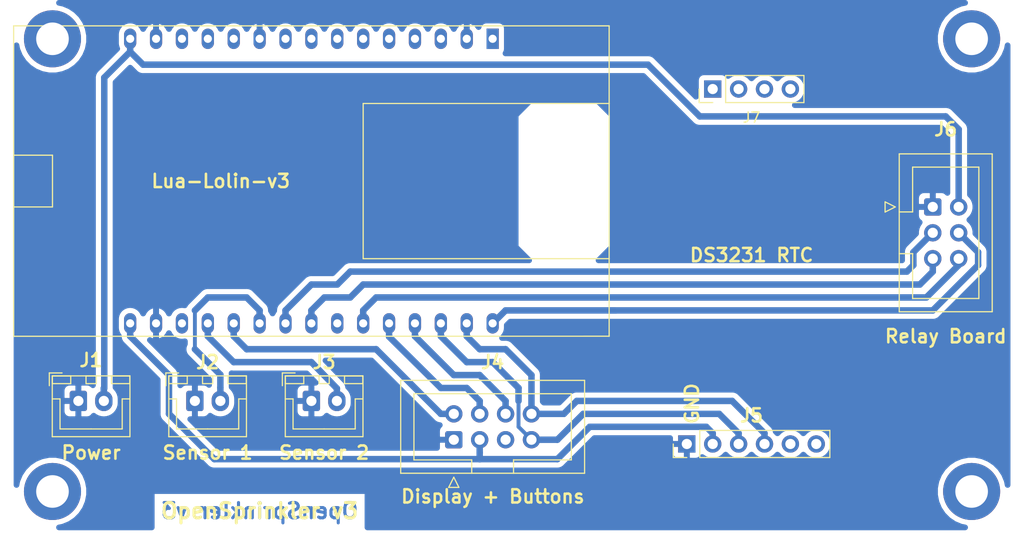
<source format=kicad_pcb>
(kicad_pcb (version 20171130) (host pcbnew "(5.1.9-0-10_14)")

  (general
    (thickness 1.6)
    (drawings 9)
    (tracks 103)
    (zones 0)
    (modules 12)
    (nets 15)
  )

  (page A4)
  (layers
    (0 F.Cu signal)
    (31 B.Cu signal)
    (32 B.Adhes user)
    (33 F.Adhes user)
    (34 B.Paste user)
    (35 F.Paste user)
    (36 B.SilkS user)
    (37 F.SilkS user)
    (38 B.Mask user)
    (39 F.Mask user)
    (40 Dwgs.User user)
    (41 Cmts.User user)
    (42 Eco1.User user)
    (43 Eco2.User user)
    (44 Edge.Cuts user)
    (45 Margin user)
    (46 B.CrtYd user)
    (47 F.CrtYd user)
    (48 B.Fab user)
    (49 F.Fab user)
  )

  (setup
    (last_trace_width 0.25)
    (user_trace_width 0.381)
    (user_trace_width 0.635)
    (trace_clearance 0.2)
    (zone_clearance 0.508)
    (zone_45_only no)
    (trace_min 0.2)
    (via_size 0.8)
    (via_drill 0.4)
    (via_min_size 0.4)
    (via_min_drill 0.3)
    (uvia_size 0.3)
    (uvia_drill 0.1)
    (uvias_allowed no)
    (uvia_min_size 0.2)
    (uvia_min_drill 0.1)
    (edge_width 0.05)
    (segment_width 0.2)
    (pcb_text_width 0.3)
    (pcb_text_size 1.5 1.5)
    (mod_edge_width 0.12)
    (mod_text_size 1 1)
    (mod_text_width 0.15)
    (pad_size 6.4 6.4)
    (pad_drill 3.200001)
    (pad_to_mask_clearance 0)
    (aux_axis_origin 0 0)
    (grid_origin 12.065 12.065)
    (visible_elements FFFFFF7F)
    (pcbplotparams
      (layerselection 0x010fc_ffffffff)
      (usegerberextensions false)
      (usegerberattributes true)
      (usegerberadvancedattributes true)
      (creategerberjobfile true)
      (excludeedgelayer true)
      (linewidth 0.100000)
      (plotframeref false)
      (viasonmask false)
      (mode 1)
      (useauxorigin false)
      (hpglpennumber 1)
      (hpglpenspeed 20)
      (hpglpendiameter 15.000000)
      (psnegative false)
      (psa4output false)
      (plotreference true)
      (plotvalue true)
      (plotinvisibletext false)
      (padsonsilk false)
      (subtractmaskfromsilk false)
      (outputformat 1)
      (mirror false)
      (drillshape 1)
      (scaleselection 1)
      (outputdirectory ""))
  )

  (net 0 "")
  (net 1 /GND)
  (net 2 /5V)
  (net 3 /Data)
  (net 4 /Latch)
  (net 5 /Clock)
  (net 6 /SCL)
  (net 7 /SDA)
  (net 8 /B2)
  (net 9 /B1)
  (net 10 /B3)
  (net 11 /3V_2)
  (net 12 /Sens1)
  (net 13 /Sens2)
  (net 14 /3V_3)

  (net_class Default "This is the default net class."
    (clearance 0.2)
    (trace_width 0.25)
    (via_dia 0.8)
    (via_drill 0.4)
    (uvia_dia 0.3)
    (uvia_drill 0.1)
    (add_net /3V_1)
    (add_net /3V_2)
    (add_net /3V_3)
    (add_net /5V)
    (add_net /B1)
    (add_net /B2)
    (add_net /B3)
    (add_net /Clock)
    (add_net /Data)
    (add_net /GND)
    (add_net /Latch)
    (add_net /SCL)
    (add_net /SDA)
    (add_net /Sens1)
    (add_net /Sens2)
    (add_net "Net-(J4-Pad5)")
    (add_net "Net-(J5-Pad5)")
    (add_net "Net-(J5-Pad6)")
    (add_net "Net-(J7-Pad1)")
    (add_net "Net-(J7-Pad2)")
    (add_net "Net-(J7-Pad3)")
    (add_net "Net-(J7-Pad4)")
    (add_net "Net-(U1-Pad1)")
    (add_net "Net-(U1-Pad12)")
    (add_net "Net-(U1-Pad13)")
    (add_net "Net-(U1-Pad18)")
    (add_net "Net-(U1-Pad24)")
    (add_net "Net-(U1-Pad3)")
    (add_net "Net-(U1-Pad4)")
    (add_net "Net-(U1-Pad5)")
    (add_net "Net-(U1-Pad6)")
    (add_net "Net-(U1-Pad7)")
    (add_net "Net-(U1-Pad8)")
    (add_net "Net-(U1-Pad9)")
  )

  (module Connector_PinHeader_2.54mm:PinHeader_1x04_P2.54mm_Vertical (layer F.Cu) (tedit 59FED5CC) (tstamp 61D24CBE)
    (at 156.21 57.001839 90)
    (descr "Through hole straight pin header, 1x04, 2.54mm pitch, single row")
    (tags "Through hole pin header THT 1x04 2.54mm single row")
    (path /61D332D8)
    (fp_text reference J7 (at -2.794 3.81 180) (layer F.SilkS)
      (effects (font (size 1 1) (thickness 0.15)))
    )
    (fp_text value Conn_01x04_Female (at 0 9.95 90) (layer F.Fab) hide
      (effects (font (size 1 1) (thickness 0.15)))
    )
    (fp_text user %R (at 0 3.81) (layer F.Fab)
      (effects (font (size 1 1) (thickness 0.15)))
    )
    (fp_line (start -0.635 -1.27) (end 1.27 -1.27) (layer F.Fab) (width 0.1))
    (fp_line (start 1.27 -1.27) (end 1.27 8.89) (layer F.Fab) (width 0.1))
    (fp_line (start 1.27 8.89) (end -1.27 8.89) (layer F.Fab) (width 0.1))
    (fp_line (start -1.27 8.89) (end -1.27 -0.635) (layer F.Fab) (width 0.1))
    (fp_line (start -1.27 -0.635) (end -0.635 -1.27) (layer F.Fab) (width 0.1))
    (fp_line (start -1.33 8.95) (end 1.33 8.95) (layer F.SilkS) (width 0.12))
    (fp_line (start -1.33 1.27) (end -1.33 8.95) (layer F.SilkS) (width 0.12))
    (fp_line (start 1.33 1.27) (end 1.33 8.95) (layer F.SilkS) (width 0.12))
    (fp_line (start -1.33 1.27) (end 1.33 1.27) (layer F.SilkS) (width 0.12))
    (fp_line (start -1.33 0) (end -1.33 -1.33) (layer F.SilkS) (width 0.12))
    (fp_line (start -1.33 -1.33) (end 0 -1.33) (layer F.SilkS) (width 0.12))
    (fp_line (start -1.8 -1.8) (end -1.8 9.4) (layer F.CrtYd) (width 0.05))
    (fp_line (start -1.8 9.4) (end 1.8 9.4) (layer F.CrtYd) (width 0.05))
    (fp_line (start 1.8 9.4) (end 1.8 -1.8) (layer F.CrtYd) (width 0.05))
    (fp_line (start 1.8 -1.8) (end -1.8 -1.8) (layer F.CrtYd) (width 0.05))
    (pad 1 thru_hole rect (at 0 0 90) (size 1.7 1.7) (drill 1) (layers *.Cu *.Mask))
    (pad 2 thru_hole oval (at 0 2.54 90) (size 1.7 1.7) (drill 1) (layers *.Cu *.Mask))
    (pad 3 thru_hole oval (at 0 5.08 90) (size 1.7 1.7) (drill 1) (layers *.Cu *.Mask))
    (pad 4 thru_hole oval (at 0 7.62 90) (size 1.7 1.7) (drill 1) (layers *.Cu *.Mask))
    (model ${KISYS3DMOD}/Connector_PinHeader_2.54mm.3dshapes/PinHeader_1x04_P2.54mm_Vertical.wrl
      (at (xyz 0 0 0))
      (scale (xyz 1 1 1))
      (rotate (xyz 0 0 0))
    )
  )

  (module Connector_PinHeader_2.54mm:PinHeader_1x06_P2.54mm_Vertical (layer F.Cu) (tedit 59FED5CC) (tstamp 61D241B8)
    (at 153.671245 91.855815 90)
    (descr "Through hole straight pin header, 1x06, 2.54mm pitch, single row")
    (tags "Through hole pin header THT 1x06 2.54mm single row")
    (path /61D215C1)
    (fp_text reference J5 (at 2.794 6.35 180) (layer F.SilkS)
      (effects (font (size 1.3 1.3) (thickness 0.25)))
    )
    (fp_text value "DS3231 RTC" (at 18.542 6.35 180) (layer F.SilkS)
      (effects (font (size 1.3 1.3) (thickness 0.25)))
    )
    (fp_text user %R (at 0 6.35) (layer F.Fab)
      (effects (font (size 1 1) (thickness 0.15)))
    )
    (fp_line (start -0.635 -1.27) (end 1.27 -1.27) (layer F.Fab) (width 0.1))
    (fp_line (start 1.27 -1.27) (end 1.27 13.97) (layer F.Fab) (width 0.1))
    (fp_line (start 1.27 13.97) (end -1.27 13.97) (layer F.Fab) (width 0.1))
    (fp_line (start -1.27 13.97) (end -1.27 -0.635) (layer F.Fab) (width 0.1))
    (fp_line (start -1.27 -0.635) (end -0.635 -1.27) (layer F.Fab) (width 0.1))
    (fp_line (start -1.33 14.03) (end 1.33 14.03) (layer F.SilkS) (width 0.12))
    (fp_line (start -1.33 1.27) (end -1.33 14.03) (layer F.SilkS) (width 0.12))
    (fp_line (start 1.33 1.27) (end 1.33 14.03) (layer F.SilkS) (width 0.12))
    (fp_line (start -1.33 1.27) (end 1.33 1.27) (layer F.SilkS) (width 0.12))
    (fp_line (start -1.33 0) (end -1.33 -1.33) (layer F.SilkS) (width 0.12))
    (fp_line (start -1.33 -1.33) (end 0 -1.33) (layer F.SilkS) (width 0.12))
    (fp_line (start -1.8 -1.8) (end -1.8 14.5) (layer F.CrtYd) (width 0.05))
    (fp_line (start -1.8 14.5) (end 1.8 14.5) (layer F.CrtYd) (width 0.05))
    (fp_line (start 1.8 14.5) (end 1.8 -1.8) (layer F.CrtYd) (width 0.05))
    (fp_line (start 1.8 -1.8) (end -1.8 -1.8) (layer F.CrtYd) (width 0.05))
    (pad 1 thru_hole rect (at 0 0 90) (size 1.7 1.7) (drill 1) (layers *.Cu *.Mask)
      (net 1 /GND))
    (pad 2 thru_hole oval (at 0 2.54 90) (size 1.7 1.7) (drill 1) (layers *.Cu *.Mask)
      (net 11 /3V_2))
    (pad 3 thru_hole oval (at 0 5.08 90) (size 1.7 1.7) (drill 1) (layers *.Cu *.Mask)
      (net 7 /SDA))
    (pad 4 thru_hole oval (at 0 7.62 90) (size 1.7 1.7) (drill 1) (layers *.Cu *.Mask)
      (net 6 /SCL))
    (pad 5 thru_hole oval (at 0 10.16 90) (size 1.7 1.7) (drill 1) (layers *.Cu *.Mask))
    (pad 6 thru_hole oval (at 0 12.7 90) (size 1.7 1.7) (drill 1) (layers *.Cu *.Mask))
    (model ${KISYS3DMOD}/Connector_PinHeader_2.54mm.3dshapes/PinHeader_1x06_P2.54mm_Vertical.wrl
      (at (xyz 0 0 0))
      (scale (xyz 1 1 1))
      (rotate (xyz 0 0 0))
    )
  )

  (module lua-lolin:lua-lolin-v3 (layer F.Cu) (tedit 61CDC121) (tstamp 61CDC05D)
    (at 116.84 66.04)
    (path /61CD1F6D)
    (fp_text reference U1 (at -8.89 -2.54) (layer F.SilkS) hide
      (effects (font (size 1 1) (thickness 0.15)))
    )
    (fp_text value Lua-Lolin-v3 (at -8.89 0) (layer F.SilkS)
      (effects (font (size 1.3 1.3) (thickness 0.25)))
    )
    (fp_line (start 5.08 7.62) (end 29.21 7.62) (layer F.SilkS) (width 0.12))
    (fp_line (start 5.08 -7.62) (end 5.08 7.62) (layer F.SilkS) (width 0.12))
    (fp_line (start 29.21 -7.62) (end 5.08 -7.62) (layer F.SilkS) (width 0.12))
    (fp_line (start -25.4 2.54) (end -29.21 2.54) (layer F.SilkS) (width 0.12))
    (fp_line (start -25.4 -2.54) (end -25.4 2.54) (layer F.SilkS) (width 0.12))
    (fp_line (start -29.21 -2.54) (end -25.4 -2.54) (layer F.SilkS) (width 0.12))
    (fp_line (start -29.21 15.24) (end 29.21 15.234045) (layer F.SilkS) (width 0.12))
    (fp_line (start 29.21 15.24) (end 29.21 -15.24) (layer F.SilkS) (width 0.12))
    (fp_line (start 29.21 -15.24) (end -29.21 -15.24) (layer F.SilkS) (width 0.12))
    (fp_line (start -29.21 -15.24) (end -29.21 15.24) (layer F.SilkS) (width 0.12))
    (pad 29 thru_hole oval (at 15.24 13.97) (size 1.2 2) (drill 0.8) (layers *.Cu *.Mask)
      (net 6 /SCL))
    (pad 1 thru_hole rect (at 17.78 -13.97) (size 1.2 2) (drill 0.8) (layers *.Cu *.Mask))
    (pad 15 thru_hole oval (at -17.78 -13.97) (size 1.2 2) (drill 0.8) (layers *.Cu *.Mask)
      (net 2 /5V))
    (pad 16 thru_hole oval (at -17.78 13.97) (size 1.2 2) (drill 0.8) (layers *.Cu *.Mask)
      (net 11 /3V_2))
    (pad 14 thru_hole oval (at -15.24 -13.97) (size 1.2 2) (drill 0.8) (layers *.Cu *.Mask)
      (net 1 /GND))
    (pad 17 thru_hole oval (at -15.24 13.97) (size 1.2 2) (drill 0.8) (layers *.Cu *.Mask)
      (net 1 /GND))
    (pad 13 thru_hole oval (at -12.7 -13.97) (size 1.2 2) (drill 0.8) (layers *.Cu *.Mask))
    (pad 18 thru_hole oval (at -12.7 13.97) (size 1.2 2) (drill 0.8) (layers *.Cu *.Mask))
    (pad 12 thru_hole oval (at -10.16 -13.97) (size 1.2 2) (drill 0.8) (layers *.Cu *.Mask))
    (pad 19 thru_hole oval (at -10.16 13.97) (size 1.2 2) (drill 0.8) (layers *.Cu *.Mask)
      (net 13 /Sens2))
    (pad 11 thru_hole oval (at -7.62 -13.97) (size 1.2 2) (drill 0.8) (layers *.Cu *.Mask))
    (pad 20 thru_hole oval (at -7.62 13.97) (size 1.2 2) (drill 0.8) (layers *.Cu *.Mask)
      (net 10 /B3))
    (pad 10 thru_hole oval (at -5.08 -13.97) (size 1.2 2) (drill 0.8) (layers *.Cu *.Mask)
      (net 1 /GND))
    (pad 21 thru_hole oval (at -5.08 13.97) (size 1.2 2) (drill 0.8) (layers *.Cu *.Mask)
      (net 12 /Sens1))
    (pad 9 thru_hole oval (at -2.54 -13.97) (size 1.2 2) (drill 0.8) (layers *.Cu *.Mask))
    (pad 22 thru_hole oval (at -2.54 13.97) (size 1.2 2) (drill 0.8) (layers *.Cu *.Mask)
      (net 5 /Clock))
    (pad 8 thru_hole oval (at 0 -13.97) (size 1.2 2) (drill 0.8) (layers *.Cu *.Mask))
    (pad 23 thru_hole oval (at 0 13.97) (size 1.2 2) (drill 0.8) (layers *.Cu *.Mask)
      (net 4 /Latch))
    (pad 7 thru_hole oval (at 2.54 -13.97) (size 1.2 2) (drill 0.8) (layers *.Cu *.Mask))
    (pad 24 thru_hole oval (at 2.54 13.97) (size 1.2 2) (drill 0.8) (layers *.Cu *.Mask))
    (pad 6 thru_hole oval (at 5.08 -13.97) (size 1.2 2) (drill 0.8) (layers *.Cu *.Mask))
    (pad 25 thru_hole oval (at 5.08 13.97) (size 1.2 2) (drill 0.8) (layers *.Cu *.Mask)
      (net 14 /3V_3))
    (pad 5 thru_hole oval (at 7.62 -13.97) (size 1.2 2) (drill 0.8) (layers *.Cu *.Mask))
    (pad 26 thru_hole oval (at 7.62 13.97) (size 1.2 2) (drill 0.8) (layers *.Cu *.Mask)
      (net 9 /B1))
    (pad 4 thru_hole oval (at 10.16 -13.97) (size 1.2 2) (drill 0.8) (layers *.Cu *.Mask))
    (pad 27 thru_hole oval (at 10.16 13.97) (size 1.2 2) (drill 0.8) (layers *.Cu *.Mask)
      (net 8 /B2))
    (pad 3 thru_hole oval (at 12.7 -13.97) (size 1.2 2) (drill 0.8) (layers *.Cu *.Mask))
    (pad 28 thru_hole oval (at 12.7 13.97) (size 1.2 2) (drill 0.8) (layers *.Cu *.Mask)
      (net 7 /SDA))
    (pad 2 thru_hole oval (at 15.24 -13.97) (size 1.2 2) (drill 0.8) (layers *.Cu *.Mask)
      (net 1 /GND))
    (pad 30 thru_hole oval (at 17.78 13.97) (size 1.2 2) (drill 0.8) (layers *.Cu *.Mask)
      (net 3 /Data))
  )

  (module MountingHole:MountingHole_3.2mm_M3_DIN965_Pad (layer F.Cu) (tedit 56D1B4CB) (tstamp 61CDE925)
    (at 91.44 52.07)
    (descr "Mounting Hole 3.2mm, M3, DIN965")
    (tags "mounting hole 3.2mm m3 din965")
    (path /61E50F6D)
    (attr virtual)
    (fp_text reference H4 (at 0 -3.8) (layer F.SilkS) hide
      (effects (font (size 1 1) (thickness 0.15)))
    )
    (fp_text value MountingHole (at 0 3.8) (layer F.Fab)
      (effects (font (size 1 1) (thickness 0.15)))
    )
    (fp_text user %R (at 0.3 0) (layer F.Fab)
      (effects (font (size 1 1) (thickness 0.15)))
    )
    (fp_circle (center 0 0) (end 3.05 0) (layer F.CrtYd) (width 0.05))
    (fp_circle (center 0 0) (end 2.8 0) (layer Cmts.User) (width 0.15))
    (pad 1 thru_hole circle (at 0 0) (size 5.6 5.6) (drill 3.2) (layers *.Cu *.Mask))
  )

  (module MountingHole:MountingHole_3.2mm_M3_DIN965_Pad (layer F.Cu) (tedit 56D1B4CB) (tstamp 61CDE91D)
    (at 181.61 52.07)
    (descr "Mounting Hole 3.2mm, M3, DIN965")
    (tags "mounting hole 3.2mm m3 din965")
    (path /61E4FE67)
    (attr virtual)
    (fp_text reference H3 (at 0 -3.8) (layer F.SilkS) hide
      (effects (font (size 1 1) (thickness 0.15)))
    )
    (fp_text value MountingHole (at 0 3.8) (layer F.Fab)
      (effects (font (size 1 1) (thickness 0.15)))
    )
    (fp_text user %R (at 0.3 0) (layer F.Fab)
      (effects (font (size 1 1) (thickness 0.15)))
    )
    (fp_circle (center 0 0) (end 3.05 0) (layer F.CrtYd) (width 0.05))
    (fp_circle (center 0 0) (end 2.8 0) (layer Cmts.User) (width 0.15))
    (pad 1 thru_hole circle (at 0 0) (size 5.6 5.6) (drill 3.2) (layers *.Cu *.Mask))
  )

  (module MountingHole:MountingHole_3.2mm_M3_DIN965_Pad (layer F.Cu) (tedit 56D1B4CB) (tstamp 61CDE915)
    (at 181.61 96.52)
    (descr "Mounting Hole 3.2mm, M3, DIN965")
    (tags "mounting hole 3.2mm m3 din965")
    (path /61E4ED7C)
    (attr virtual)
    (fp_text reference H2 (at 0 -3.8) (layer F.SilkS) hide
      (effects (font (size 1 1) (thickness 0.15)))
    )
    (fp_text value MountingHole (at 0 3.8) (layer F.Fab)
      (effects (font (size 1 1) (thickness 0.15)))
    )
    (fp_text user %R (at 0.3 0) (layer F.Fab)
      (effects (font (size 1 1) (thickness 0.15)))
    )
    (fp_circle (center 0 0) (end 3.05 0) (layer F.CrtYd) (width 0.05))
    (fp_circle (center 0 0) (end 2.8 0) (layer Cmts.User) (width 0.15))
    (pad 1 thru_hole circle (at 0 0) (size 5.6 5.6) (drill 3.2) (layers *.Cu *.Mask))
  )

  (module MountingHole:MountingHole_3.2mm_M3_DIN965_Pad (layer F.Cu) (tedit 56D1B4CB) (tstamp 61CDDFCE)
    (at 91.44 96.52)
    (descr "Mounting Hole 3.2mm, M3, DIN965")
    (tags "mounting hole 3.2mm m3 din965")
    (path /61E41F2F)
    (attr virtual)
    (fp_text reference H1 (at 0 -3.8) (layer F.SilkS) hide
      (effects (font (size 1 1) (thickness 0.15)))
    )
    (fp_text value MountingHole (at 0 3.8) (layer F.Fab)
      (effects (font (size 1 1) (thickness 0.15)))
    )
    (fp_text user %R (at 0.3 0) (layer F.Fab)
      (effects (font (size 1 1) (thickness 0.15)))
    )
    (fp_circle (center 0 0) (end 3.05 0) (layer F.CrtYd) (width 0.05))
    (fp_circle (center 0 0) (end 2.8 0) (layer Cmts.User) (width 0.15))
    (pad 1 thru_hole circle (at 0 0) (size 5.6 5.6) (drill 3.2) (layers *.Cu *.Mask))
  )

  (module Connector_JST:JST_XH_B2B-XH-A_1x02_P2.50mm_Vertical (layer F.Cu) (tedit 5C28146C) (tstamp 61CD8A2C)
    (at 116.84 87.63)
    (descr "JST XH series connector, B2B-XH-A (http://www.jst-mfg.com/product/pdf/eng/eXH.pdf), generated with kicad-footprint-generator")
    (tags "connector JST XH vertical")
    (path /61DF45C9)
    (fp_text reference J3 (at 1.25 -3.81) (layer F.SilkS)
      (effects (font (size 1.3 1.3) (thickness 0.25)))
    )
    (fp_text value "Sensor 2" (at 1.25 5.08) (layer F.SilkS)
      (effects (font (size 1.3 1.3) (thickness 0.25)))
    )
    (fp_line (start -2.85 -2.75) (end -2.85 -1.5) (layer F.SilkS) (width 0.12))
    (fp_line (start -1.6 -2.75) (end -2.85 -2.75) (layer F.SilkS) (width 0.12))
    (fp_line (start 4.3 2.75) (end 1.25 2.75) (layer F.SilkS) (width 0.12))
    (fp_line (start 4.3 -0.2) (end 4.3 2.75) (layer F.SilkS) (width 0.12))
    (fp_line (start 5.05 -0.2) (end 4.3 -0.2) (layer F.SilkS) (width 0.12))
    (fp_line (start -1.8 2.75) (end 1.25 2.75) (layer F.SilkS) (width 0.12))
    (fp_line (start -1.8 -0.2) (end -1.8 2.75) (layer F.SilkS) (width 0.12))
    (fp_line (start -2.55 -0.2) (end -1.8 -0.2) (layer F.SilkS) (width 0.12))
    (fp_line (start 5.05 -2.45) (end 3.25 -2.45) (layer F.SilkS) (width 0.12))
    (fp_line (start 5.05 -1.7) (end 5.05 -2.45) (layer F.SilkS) (width 0.12))
    (fp_line (start 3.25 -1.7) (end 5.05 -1.7) (layer F.SilkS) (width 0.12))
    (fp_line (start 3.25 -2.45) (end 3.25 -1.7) (layer F.SilkS) (width 0.12))
    (fp_line (start -0.75 -2.45) (end -2.55 -2.45) (layer F.SilkS) (width 0.12))
    (fp_line (start -0.75 -1.7) (end -0.75 -2.45) (layer F.SilkS) (width 0.12))
    (fp_line (start -2.55 -1.7) (end -0.75 -1.7) (layer F.SilkS) (width 0.12))
    (fp_line (start -2.55 -2.45) (end -2.55 -1.7) (layer F.SilkS) (width 0.12))
    (fp_line (start 1.75 -2.45) (end 0.75 -2.45) (layer F.SilkS) (width 0.12))
    (fp_line (start 1.75 -1.7) (end 1.75 -2.45) (layer F.SilkS) (width 0.12))
    (fp_line (start 0.75 -1.7) (end 1.75 -1.7) (layer F.SilkS) (width 0.12))
    (fp_line (start 0.75 -2.45) (end 0.75 -1.7) (layer F.SilkS) (width 0.12))
    (fp_line (start 0 -1.35) (end 0.625 -2.35) (layer F.Fab) (width 0.1))
    (fp_line (start -0.625 -2.35) (end 0 -1.35) (layer F.Fab) (width 0.1))
    (fp_line (start 5.45 -2.85) (end -2.95 -2.85) (layer F.CrtYd) (width 0.05))
    (fp_line (start 5.45 3.9) (end 5.45 -2.85) (layer F.CrtYd) (width 0.05))
    (fp_line (start -2.95 3.9) (end 5.45 3.9) (layer F.CrtYd) (width 0.05))
    (fp_line (start -2.95 -2.85) (end -2.95 3.9) (layer F.CrtYd) (width 0.05))
    (fp_line (start 5.06 -2.46) (end -2.56 -2.46) (layer F.SilkS) (width 0.12))
    (fp_line (start 5.06 3.51) (end 5.06 -2.46) (layer F.SilkS) (width 0.12))
    (fp_line (start -2.56 3.51) (end 5.06 3.51) (layer F.SilkS) (width 0.12))
    (fp_line (start -2.56 -2.46) (end -2.56 3.51) (layer F.SilkS) (width 0.12))
    (fp_line (start 4.95 -2.35) (end -2.45 -2.35) (layer F.Fab) (width 0.1))
    (fp_line (start 4.95 3.4) (end 4.95 -2.35) (layer F.Fab) (width 0.1))
    (fp_line (start -2.45 3.4) (end 4.95 3.4) (layer F.Fab) (width 0.1))
    (fp_line (start -2.45 -2.35) (end -2.45 3.4) (layer F.Fab) (width 0.1))
    (fp_text user %R (at 1.25 2.7) (layer F.Fab)
      (effects (font (size 1 1) (thickness 0.15)))
    )
    (pad 2 thru_hole oval (at 2.5 0) (size 1.7 2) (drill 1) (layers *.Cu *.Mask)
      (net 13 /Sens2))
    (pad 1 thru_hole roundrect (at 0 0) (size 1.7 2) (drill 1) (layers *.Cu *.Mask) (roundrect_rratio 0.147059)
      (net 1 /GND))
    (model ${KISYS3DMOD}/Connector_JST.3dshapes/JST_XH_B2B-XH-A_1x02_P2.50mm_Vertical.wrl
      (at (xyz 0 0 0))
      (scale (xyz 1 1 1))
      (rotate (xyz 0 0 0))
    )
  )

  (module Connector_JST:JST_XH_B2B-XH-A_1x02_P2.50mm_Vertical (layer F.Cu) (tedit 5C28146C) (tstamp 61CD8A03)
    (at 105.41 87.63)
    (descr "JST XH series connector, B2B-XH-A (http://www.jst-mfg.com/product/pdf/eng/eXH.pdf), generated with kicad-footprint-generator")
    (tags "connector JST XH vertical")
    (path /61DF0C46)
    (fp_text reference J2 (at 1.25 -3.81) (layer F.SilkS)
      (effects (font (size 1.3 1.3) (thickness 0.25)))
    )
    (fp_text value "Sensor 1" (at 1.25 5.08) (layer F.SilkS)
      (effects (font (size 1.3 1.3) (thickness 0.25)))
    )
    (fp_line (start -2.85 -2.75) (end -2.85 -1.5) (layer F.SilkS) (width 0.12))
    (fp_line (start -1.6 -2.75) (end -2.85 -2.75) (layer F.SilkS) (width 0.12))
    (fp_line (start 4.3 2.75) (end 1.25 2.75) (layer F.SilkS) (width 0.12))
    (fp_line (start 4.3 -0.2) (end 4.3 2.75) (layer F.SilkS) (width 0.12))
    (fp_line (start 5.05 -0.2) (end 4.3 -0.2) (layer F.SilkS) (width 0.12))
    (fp_line (start -1.8 2.75) (end 1.25 2.75) (layer F.SilkS) (width 0.12))
    (fp_line (start -1.8 -0.2) (end -1.8 2.75) (layer F.SilkS) (width 0.12))
    (fp_line (start -2.55 -0.2) (end -1.8 -0.2) (layer F.SilkS) (width 0.12))
    (fp_line (start 5.05 -2.45) (end 3.25 -2.45) (layer F.SilkS) (width 0.12))
    (fp_line (start 5.05 -1.7) (end 5.05 -2.45) (layer F.SilkS) (width 0.12))
    (fp_line (start 3.25 -1.7) (end 5.05 -1.7) (layer F.SilkS) (width 0.12))
    (fp_line (start 3.25 -2.45) (end 3.25 -1.7) (layer F.SilkS) (width 0.12))
    (fp_line (start -0.75 -2.45) (end -2.55 -2.45) (layer F.SilkS) (width 0.12))
    (fp_line (start -0.75 -1.7) (end -0.75 -2.45) (layer F.SilkS) (width 0.12))
    (fp_line (start -2.55 -1.7) (end -0.75 -1.7) (layer F.SilkS) (width 0.12))
    (fp_line (start -2.55 -2.45) (end -2.55 -1.7) (layer F.SilkS) (width 0.12))
    (fp_line (start 1.75 -2.45) (end 0.75 -2.45) (layer F.SilkS) (width 0.12))
    (fp_line (start 1.75 -1.7) (end 1.75 -2.45) (layer F.SilkS) (width 0.12))
    (fp_line (start 0.75 -1.7) (end 1.75 -1.7) (layer F.SilkS) (width 0.12))
    (fp_line (start 0.75 -2.45) (end 0.75 -1.7) (layer F.SilkS) (width 0.12))
    (fp_line (start 0 -1.35) (end 0.625 -2.35) (layer F.Fab) (width 0.1))
    (fp_line (start -0.625 -2.35) (end 0 -1.35) (layer F.Fab) (width 0.1))
    (fp_line (start 5.45 -2.85) (end -2.95 -2.85) (layer F.CrtYd) (width 0.05))
    (fp_line (start 5.45 3.9) (end 5.45 -2.85) (layer F.CrtYd) (width 0.05))
    (fp_line (start -2.95 3.9) (end 5.45 3.9) (layer F.CrtYd) (width 0.05))
    (fp_line (start -2.95 -2.85) (end -2.95 3.9) (layer F.CrtYd) (width 0.05))
    (fp_line (start 5.06 -2.46) (end -2.56 -2.46) (layer F.SilkS) (width 0.12))
    (fp_line (start 5.06 3.51) (end 5.06 -2.46) (layer F.SilkS) (width 0.12))
    (fp_line (start -2.56 3.51) (end 5.06 3.51) (layer F.SilkS) (width 0.12))
    (fp_line (start -2.56 -2.46) (end -2.56 3.51) (layer F.SilkS) (width 0.12))
    (fp_line (start 4.95 -2.35) (end -2.45 -2.35) (layer F.Fab) (width 0.1))
    (fp_line (start 4.95 3.4) (end 4.95 -2.35) (layer F.Fab) (width 0.1))
    (fp_line (start -2.45 3.4) (end 4.95 3.4) (layer F.Fab) (width 0.1))
    (fp_line (start -2.45 -2.35) (end -2.45 3.4) (layer F.Fab) (width 0.1))
    (fp_text user %R (at 1.25 2.7) (layer F.Fab)
      (effects (font (size 1 1) (thickness 0.15)))
    )
    (pad 2 thru_hole oval (at 2.5 0) (size 1.7 2) (drill 1) (layers *.Cu *.Mask)
      (net 12 /Sens1))
    (pad 1 thru_hole roundrect (at 0 0) (size 1.7 2) (drill 1) (layers *.Cu *.Mask) (roundrect_rratio 0.147059)
      (net 1 /GND))
    (model ${KISYS3DMOD}/Connector_JST.3dshapes/JST_XH_B2B-XH-A_1x02_P2.50mm_Vertical.wrl
      (at (xyz 0 0 0))
      (scale (xyz 1 1 1))
      (rotate (xyz 0 0 0))
    )
  )

  (module Connector_IDC:IDC-Header_2x04_P2.54mm_Vertical (layer F.Cu) (tedit 5EAC9A07) (tstamp 61CD6276)
    (at 130.81 91.44 90)
    (descr "Through hole IDC box header, 2x04, 2.54mm pitch, DIN 41651 / IEC 60603-13, double rows, https://docs.google.com/spreadsheets/d/16SsEcesNF15N3Lb4niX7dcUr-NY5_MFPQhobNuNppn4/edit#gid=0")
    (tags "Through hole vertical IDC box header THT 2x04 2.54mm double row")
    (path /61CFD11F)
    (fp_text reference J4 (at 7.62 3.81 180) (layer F.SilkS)
      (effects (font (size 1.3 1.3) (thickness 0.25)))
    )
    (fp_text value "Display + Buttons" (at -5.571171 3.828681 180) (layer F.SilkS)
      (effects (font (size 1.3 1.3) (thickness 0.25)))
    )
    (fp_text user %R (at 1.27 3.81) (layer F.Fab)
      (effects (font (size 1 1) (thickness 0.15)))
    )
    (fp_line (start -3.18 -4.1) (end -2.18 -5.1) (layer F.Fab) (width 0.1))
    (fp_line (start -2.18 -5.1) (end 5.72 -5.1) (layer F.Fab) (width 0.1))
    (fp_line (start 5.72 -5.1) (end 5.72 12.72) (layer F.Fab) (width 0.1))
    (fp_line (start 5.72 12.72) (end -3.18 12.72) (layer F.Fab) (width 0.1))
    (fp_line (start -3.18 12.72) (end -3.18 -4.1) (layer F.Fab) (width 0.1))
    (fp_line (start -3.18 1.76) (end -1.98 1.76) (layer F.Fab) (width 0.1))
    (fp_line (start -1.98 1.76) (end -1.98 -3.91) (layer F.Fab) (width 0.1))
    (fp_line (start -1.98 -3.91) (end 4.52 -3.91) (layer F.Fab) (width 0.1))
    (fp_line (start 4.52 -3.91) (end 4.52 11.53) (layer F.Fab) (width 0.1))
    (fp_line (start 4.52 11.53) (end -1.98 11.53) (layer F.Fab) (width 0.1))
    (fp_line (start -1.98 11.53) (end -1.98 5.86) (layer F.Fab) (width 0.1))
    (fp_line (start -1.98 5.86) (end -1.98 5.86) (layer F.Fab) (width 0.1))
    (fp_line (start -1.98 5.86) (end -3.18 5.86) (layer F.Fab) (width 0.1))
    (fp_line (start -3.29 -5.21) (end 5.83 -5.21) (layer F.SilkS) (width 0.12))
    (fp_line (start 5.83 -5.21) (end 5.83 12.83) (layer F.SilkS) (width 0.12))
    (fp_line (start 5.83 12.83) (end -3.29 12.83) (layer F.SilkS) (width 0.12))
    (fp_line (start -3.29 12.83) (end -3.29 -5.21) (layer F.SilkS) (width 0.12))
    (fp_line (start -3.29 1.76) (end -1.98 1.76) (layer F.SilkS) (width 0.12))
    (fp_line (start -1.98 1.76) (end -1.98 -3.91) (layer F.SilkS) (width 0.12))
    (fp_line (start -1.98 -3.91) (end 4.52 -3.91) (layer F.SilkS) (width 0.12))
    (fp_line (start 4.52 -3.91) (end 4.52 11.53) (layer F.SilkS) (width 0.12))
    (fp_line (start 4.52 11.53) (end -1.98 11.53) (layer F.SilkS) (width 0.12))
    (fp_line (start -1.98 11.53) (end -1.98 5.86) (layer F.SilkS) (width 0.12))
    (fp_line (start -1.98 5.86) (end -1.98 5.86) (layer F.SilkS) (width 0.12))
    (fp_line (start -1.98 5.86) (end -3.29 5.86) (layer F.SilkS) (width 0.12))
    (fp_line (start -3.68 0) (end -4.68 -0.5) (layer F.SilkS) (width 0.12))
    (fp_line (start -4.68 -0.5) (end -4.68 0.5) (layer F.SilkS) (width 0.12))
    (fp_line (start -4.68 0.5) (end -3.68 0) (layer F.SilkS) (width 0.12))
    (fp_line (start -3.68 -5.6) (end -3.68 13.22) (layer F.CrtYd) (width 0.05))
    (fp_line (start -3.68 13.22) (end 6.22 13.22) (layer F.CrtYd) (width 0.05))
    (fp_line (start 6.22 13.22) (end 6.22 -5.6) (layer F.CrtYd) (width 0.05))
    (fp_line (start 6.22 -5.6) (end -3.68 -5.6) (layer F.CrtYd) (width 0.05))
    (pad 1 thru_hole roundrect (at 0 0 90) (size 1.7 1.7) (drill 1) (layers *.Cu *.Mask) (roundrect_rratio 0.147059)
      (net 1 /GND))
    (pad 3 thru_hole circle (at 0 2.54 90) (size 1.7 1.7) (drill 1) (layers *.Cu *.Mask)
      (net 11 /3V_2))
    (pad 5 thru_hole circle (at 0 5.08 90) (size 1.7 1.7) (drill 1) (layers *.Cu *.Mask))
    (pad 7 thru_hole circle (at 0 7.62 90) (size 1.7 1.7) (drill 1) (layers *.Cu *.Mask)
      (net 7 /SDA))
    (pad 2 thru_hole circle (at 2.54 0 90) (size 1.7 1.7) (drill 1) (layers *.Cu *.Mask)
      (net 10 /B3))
    (pad 4 thru_hole circle (at 2.54 2.54 90) (size 1.7 1.7) (drill 1) (layers *.Cu *.Mask)
      (net 9 /B1))
    (pad 6 thru_hole circle (at 2.54 5.08 90) (size 1.7 1.7) (drill 1) (layers *.Cu *.Mask)
      (net 8 /B2))
    (pad 8 thru_hole circle (at 2.54 7.62 90) (size 1.7 1.7) (drill 1) (layers *.Cu *.Mask)
      (net 6 /SCL))
    (model ${KISYS3DMOD}/Connector_IDC.3dshapes/IDC-Header_2x04_P2.54mm_Vertical.wrl
      (at (xyz 0 0 0))
      (scale (xyz 1 1 1))
      (rotate (xyz 0 0 0))
    )
  )

  (module Connector_IDC:IDC-Header_2x03_P2.54mm_Vertical (layer F.Cu) (tedit 5EAC9A07) (tstamp 61CD4EFD)
    (at 177.8 68.58)
    (descr "Through hole IDC box header, 2x03, 2.54mm pitch, DIN 41651 / IEC 60603-13, double rows, https://docs.google.com/spreadsheets/d/16SsEcesNF15N3Lb4niX7dcUr-NY5_MFPQhobNuNppn4/edit#gid=0")
    (tags "Through hole vertical IDC box header THT 2x03 2.54mm double row")
    (path /61CEC06A)
    (fp_text reference J6 (at 1.27 -7.62 180) (layer F.SilkS)
      (effects (font (size 1.3 1.3) (thickness 0.25)))
    )
    (fp_text value "Relay Board" (at 1.27 12.7 180) (layer F.SilkS)
      (effects (font (size 1.3 1.3) (thickness 0.25)))
    )
    (fp_line (start 6.22 -5.6) (end -3.68 -5.6) (layer F.CrtYd) (width 0.05))
    (fp_line (start 6.22 10.69) (end 6.22 -5.6) (layer F.CrtYd) (width 0.05))
    (fp_line (start -3.68 10.69) (end 6.22 10.69) (layer F.CrtYd) (width 0.05))
    (fp_line (start -3.68 -5.6) (end -3.68 10.69) (layer F.CrtYd) (width 0.05))
    (fp_line (start -4.68 0.5) (end -3.68 0) (layer F.SilkS) (width 0.12))
    (fp_line (start -4.68 -0.5) (end -4.68 0.5) (layer F.SilkS) (width 0.12))
    (fp_line (start -3.68 0) (end -4.68 -0.5) (layer F.SilkS) (width 0.12))
    (fp_line (start -1.98 4.59) (end -3.29 4.59) (layer F.SilkS) (width 0.12))
    (fp_line (start -1.98 4.59) (end -1.98 4.59) (layer F.SilkS) (width 0.12))
    (fp_line (start -1.98 8.99) (end -1.98 4.59) (layer F.SilkS) (width 0.12))
    (fp_line (start 4.52 8.99) (end -1.98 8.99) (layer F.SilkS) (width 0.12))
    (fp_line (start 4.52 -3.91) (end 4.52 8.99) (layer F.SilkS) (width 0.12))
    (fp_line (start -1.98 -3.91) (end 4.52 -3.91) (layer F.SilkS) (width 0.12))
    (fp_line (start -1.98 0.49) (end -1.98 -3.91) (layer F.SilkS) (width 0.12))
    (fp_line (start -3.29 0.49) (end -1.98 0.49) (layer F.SilkS) (width 0.12))
    (fp_line (start -3.29 10.29) (end -3.29 -5.21) (layer F.SilkS) (width 0.12))
    (fp_line (start 5.83 10.29) (end -3.29 10.29) (layer F.SilkS) (width 0.12))
    (fp_line (start 5.83 -5.21) (end 5.83 10.29) (layer F.SilkS) (width 0.12))
    (fp_line (start -3.29 -5.21) (end 5.83 -5.21) (layer F.SilkS) (width 0.12))
    (fp_line (start -1.98 4.59) (end -3.18 4.59) (layer F.Fab) (width 0.1))
    (fp_line (start -1.98 4.59) (end -1.98 4.59) (layer F.Fab) (width 0.1))
    (fp_line (start -1.98 8.99) (end -1.98 4.59) (layer F.Fab) (width 0.1))
    (fp_line (start 4.52 8.99) (end -1.98 8.99) (layer F.Fab) (width 0.1))
    (fp_line (start 4.52 -3.91) (end 4.52 8.99) (layer F.Fab) (width 0.1))
    (fp_line (start -1.98 -3.91) (end 4.52 -3.91) (layer F.Fab) (width 0.1))
    (fp_line (start -1.98 0.49) (end -1.98 -3.91) (layer F.Fab) (width 0.1))
    (fp_line (start -3.18 0.49) (end -1.98 0.49) (layer F.Fab) (width 0.1))
    (fp_line (start -3.18 10.18) (end -3.18 -4.1) (layer F.Fab) (width 0.1))
    (fp_line (start 5.72 10.18) (end -3.18 10.18) (layer F.Fab) (width 0.1))
    (fp_line (start 5.72 -5.1) (end 5.72 10.18) (layer F.Fab) (width 0.1))
    (fp_line (start -2.18 -5.1) (end 5.72 -5.1) (layer F.Fab) (width 0.1))
    (fp_line (start -3.18 -4.1) (end -2.18 -5.1) (layer F.Fab) (width 0.1))
    (fp_text user %R (at 1.27 2.54 90) (layer F.Fab)
      (effects (font (size 1 1) (thickness 0.15)))
    )
    (pad 6 thru_hole circle (at 2.54 5.08) (size 1.7 1.7) (drill 1) (layers *.Cu *.Mask)
      (net 14 /3V_3))
    (pad 4 thru_hole circle (at 2.54 2.54) (size 1.7 1.7) (drill 1) (layers *.Cu *.Mask)
      (net 3 /Data))
    (pad 2 thru_hole circle (at 2.54 0) (size 1.7 1.7) (drill 1) (layers *.Cu *.Mask)
      (net 2 /5V))
    (pad 5 thru_hole circle (at 0 5.08) (size 1.7 1.7) (drill 1) (layers *.Cu *.Mask)
      (net 4 /Latch))
    (pad 3 thru_hole circle (at 0 2.54) (size 1.7 1.7) (drill 1) (layers *.Cu *.Mask)
      (net 5 /Clock))
    (pad 1 thru_hole roundrect (at 0 0) (size 1.7 1.7) (drill 1) (layers *.Cu *.Mask) (roundrect_rratio 0.147059)
      (net 1 /GND))
    (model ${KISYS3DMOD}/Connector_IDC.3dshapes/IDC-Header_2x03_P2.54mm_Vertical.wrl
      (at (xyz 0 0 0))
      (scale (xyz 1 1 1))
      (rotate (xyz 0 0 0))
    )
  )

  (module Connector_JST:JST_XH_B2B-XH-A_1x02_P2.50mm_Vertical (layer F.Cu) (tedit 5C28146C) (tstamp 61CD4AD5)
    (at 93.98 87.63)
    (descr "JST XH series connector, B2B-XH-A (http://www.jst-mfg.com/product/pdf/eng/eXH.pdf), generated with kicad-footprint-generator")
    (tags "connector JST XH vertical")
    (path /61CD5FAE)
    (fp_text reference J1 (at 1.236583 -4.010499) (layer F.SilkS)
      (effects (font (size 1.3 1.3) (thickness 0.25)))
    )
    (fp_text value Power (at 1.25 5.08) (layer F.SilkS)
      (effects (font (size 1.3 1.3) (thickness 0.25)))
    )
    (fp_line (start -2.85 -2.75) (end -2.85 -1.5) (layer F.SilkS) (width 0.12))
    (fp_line (start -1.6 -2.75) (end -2.85 -2.75) (layer F.SilkS) (width 0.12))
    (fp_line (start 4.3 2.75) (end 1.25 2.75) (layer F.SilkS) (width 0.12))
    (fp_line (start 4.3 -0.2) (end 4.3 2.75) (layer F.SilkS) (width 0.12))
    (fp_line (start 5.05 -0.2) (end 4.3 -0.2) (layer F.SilkS) (width 0.12))
    (fp_line (start -1.8 2.75) (end 1.25 2.75) (layer F.SilkS) (width 0.12))
    (fp_line (start -1.8 -0.2) (end -1.8 2.75) (layer F.SilkS) (width 0.12))
    (fp_line (start -2.55 -0.2) (end -1.8 -0.2) (layer F.SilkS) (width 0.12))
    (fp_line (start 5.05 -2.45) (end 3.25 -2.45) (layer F.SilkS) (width 0.12))
    (fp_line (start 5.05 -1.7) (end 5.05 -2.45) (layer F.SilkS) (width 0.12))
    (fp_line (start 3.25 -1.7) (end 5.05 -1.7) (layer F.SilkS) (width 0.12))
    (fp_line (start 3.25 -2.45) (end 3.25 -1.7) (layer F.SilkS) (width 0.12))
    (fp_line (start -0.75 -2.45) (end -2.55 -2.45) (layer F.SilkS) (width 0.12))
    (fp_line (start -0.75 -1.7) (end -0.75 -2.45) (layer F.SilkS) (width 0.12))
    (fp_line (start -2.55 -1.7) (end -0.75 -1.7) (layer F.SilkS) (width 0.12))
    (fp_line (start -2.55 -2.45) (end -2.55 -1.7) (layer F.SilkS) (width 0.12))
    (fp_line (start 1.75 -2.45) (end 0.75 -2.45) (layer F.SilkS) (width 0.12))
    (fp_line (start 1.75 -1.7) (end 1.75 -2.45) (layer F.SilkS) (width 0.12))
    (fp_line (start 0.75 -1.7) (end 1.75 -1.7) (layer F.SilkS) (width 0.12))
    (fp_line (start 0.75 -2.45) (end 0.75 -1.7) (layer F.SilkS) (width 0.12))
    (fp_line (start 0 -1.35) (end 0.625 -2.35) (layer F.Fab) (width 0.1))
    (fp_line (start -0.625 -2.35) (end 0 -1.35) (layer F.Fab) (width 0.1))
    (fp_line (start 5.45 -2.85) (end -2.95 -2.85) (layer F.CrtYd) (width 0.05))
    (fp_line (start 5.45 3.9) (end 5.45 -2.85) (layer F.CrtYd) (width 0.05))
    (fp_line (start -2.95 3.9) (end 5.45 3.9) (layer F.CrtYd) (width 0.05))
    (fp_line (start -2.95 -2.85) (end -2.95 3.9) (layer F.CrtYd) (width 0.05))
    (fp_line (start 5.06 -2.46) (end -2.56 -2.46) (layer F.SilkS) (width 0.12))
    (fp_line (start 5.06 3.51) (end 5.06 -2.46) (layer F.SilkS) (width 0.12))
    (fp_line (start -2.56 3.51) (end 5.06 3.51) (layer F.SilkS) (width 0.12))
    (fp_line (start -2.56 -2.46) (end -2.56 3.51) (layer F.SilkS) (width 0.12))
    (fp_line (start 4.95 -2.35) (end -2.45 -2.35) (layer F.Fab) (width 0.1))
    (fp_line (start 4.95 3.4) (end 4.95 -2.35) (layer F.Fab) (width 0.1))
    (fp_line (start -2.45 3.4) (end 4.95 3.4) (layer F.Fab) (width 0.1))
    (fp_line (start -2.45 -2.35) (end -2.45 3.4) (layer F.Fab) (width 0.1))
    (pad 2 thru_hole oval (at 2.5 0) (size 1.7 2) (drill 1) (layers *.Cu *.Mask)
      (net 2 /5V))
    (pad 1 thru_hole roundrect (at 0 0) (size 1.7 2) (drill 1) (layers *.Cu *.Mask) (roundrect_rratio 0.147059)
      (net 1 /GND))
    (model ${KISYS3DMOD}/Connector_JST.3dshapes/JST_XH_B2B-XH-A_1x02_P2.50mm_Vertical.wrl
      (at (xyz 0 0 0))
      (scale (xyz 1 1 1))
      (rotate (xyz 0 0 0))
    )
  )

  (gr_line (start 149.260615 60.140307) (end 154.848615 60.140307) (layer Dwgs.User) (width 0.15) (tstamp 61D24E49))
  (gr_line (start 165.862 60.198) (end 171.45 60.198) (layer Dwgs.User) (width 0.15))
  (gr_line (start 171.45 93.345) (end 149.225 93.345) (layer Dwgs.User) (width 0.15) (tstamp 61D1CE6D))
  (gr_line (start 171.45 55.245) (end 171.45 93.345) (layer Dwgs.User) (width 0.15))
  (gr_line (start 149.225 55.245) (end 171.45 55.245) (layer Dwgs.User) (width 0.15))
  (gr_line (start 149.225 93.345) (end 149.225 55.245) (layer Dwgs.User) (width 0.15))
  (gr_text "OpenSprinkler v3" (at 111.76 98.425) (layer B.Cu)
    (effects (font (size 1.5 1.5) (thickness 0.3)) (justify mirror))
  )
  (gr_text GND (at 154.178 87.884 90) (layer F.SilkS)
    (effects (font (size 1.3 1.3) (thickness 0.25)))
  )
  (gr_text "OpenSprinkler v3" (at 111.76 98.425) (layer F.SilkS)
    (effects (font (size 1.5 1.5) (thickness 0.3)))
  )

  (segment (start 96.48 86.36) (end 96.48 87.63) (width 0.635) (layer B.Cu) (net 2))
  (segment (start 96.52 55.88) (end 96.52 86.36) (width 0.635) (layer B.Cu) (net 2))
  (segment (start 96.48 86.4) (end 96.48 87.63) (width 0.635) (layer B.Cu) (net 2))
  (segment (start 99.06 53.34) (end 96.52 55.88) (width 0.635) (layer B.Cu) (net 2))
  (segment (start 96.52 86.36) (end 96.48 86.4) (width 0.635) (layer B.Cu) (net 2))
  (segment (start 99.06 52.07) (end 99.06 53.34) (width 0.635) (layer B.Cu) (net 2))
  (segment (start 100.33 54.61) (end 99.06 53.34) (width 0.635) (layer B.Cu) (net 2))
  (segment (start 149.86 54.61) (end 100.33 54.61) (width 0.635) (layer B.Cu) (net 2))
  (segment (start 154.94 59.69) (end 149.86 54.61) (width 0.635) (layer B.Cu) (net 2))
  (segment (start 179.07 59.69) (end 154.94 59.69) (width 0.635) (layer B.Cu) (net 2))
  (segment (start 180.34 60.96) (end 179.07 59.69) (width 0.635) (layer B.Cu) (net 2))
  (segment (start 180.34 60.96) (end 180.34 68.58) (width 0.635) (layer B.Cu) (net 2))
  (segment (start 134.62 80.01) (end 135.89 78.74) (width 0.635) (layer B.Cu) (net 3))
  (segment (start 135.89 78.74) (end 146.05 78.74) (width 0.635) (layer B.Cu) (net 3))
  (segment (start 146.05 78.74) (end 146.685 78.74) (width 0.635) (layer B.Cu) (net 3))
  (segment (start 177.8 78.74) (end 182.245 74.295) (width 0.635) (layer B.Cu) (net 3))
  (segment (start 182.245 74.295) (end 182.245 73.025) (width 0.635) (layer B.Cu) (net 3))
  (segment (start 146.05 78.74) (end 177.8 78.74) (width 0.635) (layer B.Cu) (net 3))
  (segment (start 182.245 73.025) (end 180.34 71.12) (width 0.635) (layer B.Cu) (net 3))
  (segment (start 177.8 74.93) (end 177.8 73.66) (width 0.635) (layer B.Cu) (net 4))
  (segment (start 116.84 80.01) (end 116.84 78.74) (width 0.635) (layer B.Cu) (net 4))
  (segment (start 121.92 76.2) (end 176.53 76.2) (width 0.635) (layer B.Cu) (net 4))
  (segment (start 120.65 77.47) (end 121.92 76.2) (width 0.635) (layer B.Cu) (net 4))
  (segment (start 116.84 78.74) (end 118.11 77.47) (width 0.635) (layer B.Cu) (net 4))
  (segment (start 176.53 76.2) (end 177.8 74.93) (width 0.635) (layer B.Cu) (net 4))
  (segment (start 118.11 77.47) (end 120.65 77.47) (width 0.635) (layer B.Cu) (net 4))
  (segment (start 175.895 73.025) (end 177.8 71.12) (width 0.635) (layer B.Cu) (net 5))
  (segment (start 175.895 74.295) (end 175.895 73.025) (width 0.635) (layer B.Cu) (net 5))
  (segment (start 175.26 74.93) (end 175.895 74.295) (width 0.635) (layer B.Cu) (net 5))
  (segment (start 120.65 74.93) (end 175.26 74.93) (width 0.635) (layer B.Cu) (net 5))
  (segment (start 119.38 76.2) (end 120.65 74.93) (width 0.635) (layer B.Cu) (net 5))
  (segment (start 114.3 78.74) (end 116.84 76.2) (width 0.635) (layer B.Cu) (net 5))
  (segment (start 116.84 76.2) (end 119.38 76.2) (width 0.635) (layer B.Cu) (net 5))
  (segment (start 114.3 80.01) (end 114.3 78.74) (width 0.635) (layer B.Cu) (net 5))
  (segment (start 138.43 88.9) (end 138.43 85.09) (width 0.635) (layer B.Cu) (net 6))
  (segment (start 132.08 81.28) (end 132.08 80.01) (width 0.635) (layer B.Cu) (net 6))
  (segment (start 133.35 82.55) (end 132.08 81.28) (width 0.635) (layer B.Cu) (net 6))
  (segment (start 135.89 82.55) (end 133.35 82.55) (width 0.635) (layer B.Cu) (net 6))
  (segment (start 138.43 85.09) (end 135.89 82.55) (width 0.635) (layer B.Cu) (net 6))
  (segment (start 142.875 87.63) (end 158.115 87.63) (width 0.635) (layer B.Cu) (net 6))
  (segment (start 141.605 88.9) (end 142.875 87.63) (width 0.635) (layer B.Cu) (net 6))
  (segment (start 158.115 87.63) (end 161.29 90.805) (width 0.635) (layer B.Cu) (net 6))
  (segment (start 138.43 88.9) (end 141.605 88.9) (width 0.635) (layer B.Cu) (net 6))
  (segment (start 161.29 91.85457) (end 161.291245 91.855815) (width 0.635) (layer B.Cu) (net 6))
  (segment (start 161.29 90.805) (end 161.29 91.85457) (width 0.635) (layer B.Cu) (net 6))
  (segment (start 137.16 87.63) (end 137.16 90.17) (width 0.381) (layer B.Cu) (net 7))
  (segment (start 137.16 90.17) (end 138.43 91.44) (width 0.381) (layer B.Cu) (net 7))
  (segment (start 158.75 91.85457) (end 158.751245 91.855815) (width 0.635) (layer B.Cu) (net 7))
  (segment (start 158.75 90.805) (end 158.75 91.85457) (width 0.635) (layer B.Cu) (net 7))
  (segment (start 156.845 88.9) (end 158.75 90.805) (width 0.635) (layer B.Cu) (net 7))
  (segment (start 143.51 88.9) (end 156.845 88.9) (width 0.635) (layer B.Cu) (net 7))
  (segment (start 140.97 91.44) (end 143.51 88.9) (width 0.635) (layer B.Cu) (net 7))
  (segment (start 138.43 91.44) (end 140.97 91.44) (width 0.635) (layer B.Cu) (net 7))
  (segment (start 137.16 86.36) (end 137.16 87.63) (width 0.635) (layer B.Cu) (net 7))
  (segment (start 132.08 83.82) (end 134.62 83.82) (width 0.635) (layer B.Cu) (net 7))
  (segment (start 134.62 83.82) (end 137.16 86.36) (width 0.635) (layer B.Cu) (net 7))
  (segment (start 129.54 81.28) (end 132.08 83.82) (width 0.635) (layer B.Cu) (net 7))
  (segment (start 129.54 81.28) (end 129.54 80.01) (width 0.635) (layer B.Cu) (net 7))
  (segment (start 133.35 87.63) (end 133.35 88.9) (width 0.635) (layer B.Cu) (net 9))
  (segment (start 132.08 86.36) (end 133.35 87.63) (width 0.635) (layer B.Cu) (net 9))
  (segment (start 129.54 86.36) (end 132.08 86.36) (width 0.635) (layer B.Cu) (net 9))
  (segment (start 124.46 81.317352) (end 129.54 86.36) (width 0.635) (layer B.Cu) (net 9))
  (segment (start 124.46 81.317352) (end 124.46 80.01) (width 0.635) (layer B.Cu) (net 9))
  (segment (start 135.89 87.63) (end 135.89 88.9) (width 0.635) (layer B.Cu) (net 8))
  (segment (start 133.35 85.09) (end 135.89 87.63) (width 0.635) (layer B.Cu) (net 8))
  (segment (start 130.81 85.09) (end 133.35 85.09) (width 0.635) (layer B.Cu) (net 8))
  (segment (start 127 81.28) (end 130.81 85.09) (width 0.635) (layer B.Cu) (net 8))
  (segment (start 127 81.28) (end 127 80.01) (width 0.635) (layer B.Cu) (net 8))
  (segment (start 129.54 88.9) (end 130.81 88.9) (width 0.635) (layer B.Cu) (net 10))
  (segment (start 123.19 82.55) (end 129.54 88.9) (width 0.635) (layer B.Cu) (net 10))
  (segment (start 110.49 82.55) (end 123.19 82.55) (width 0.635) (layer B.Cu) (net 10))
  (segment (start 109.22 81.28) (end 110.49 82.55) (width 0.635) (layer B.Cu) (net 10))
  (segment (start 109.22 80.01) (end 109.22 81.28) (width 0.635) (layer B.Cu) (net 10))
  (segment (start 133.35 91.44) (end 133.35 92.71) (width 0.635) (layer B.Cu) (net 11))
  (segment (start 133.35 92.71) (end 133.35 93.345) (width 0.635) (layer B.Cu) (net 11))
  (segment (start 107.315 93.345) (end 133.35 93.345) (width 0.635) (layer B.Cu) (net 11))
  (segment (start 102.87 88.9) (end 107.315 93.345) (width 0.635) (layer B.Cu) (net 11))
  (segment (start 102.87 85.09) (end 102.87 88.9) (width 0.635) (layer B.Cu) (net 11))
  (segment (start 99.06 81.28) (end 102.87 85.09) (width 0.635) (layer B.Cu) (net 11))
  (segment (start 99.06 80.01) (end 99.06 81.28) (width 0.635) (layer B.Cu) (net 11))
  (segment (start 156.21 90.805) (end 156.211245 91.855815) (width 0.635) (layer B.Cu) (net 11))
  (segment (start 155.575 90.17) (end 156.21 90.805) (width 0.635) (layer B.Cu) (net 11))
  (segment (start 144.145 90.17) (end 155.575 90.17) (width 0.635) (layer B.Cu) (net 11))
  (segment (start 140.97 93.345) (end 144.145 90.17) (width 0.635) (layer B.Cu) (net 11))
  (segment (start 133.35 93.345) (end 140.97 93.345) (width 0.635) (layer B.Cu) (net 11))
  (segment (start 107.91 87.63) (end 107.91 86.32) (width 0.635) (layer B.Cu) (net 12))
  (segment (start 107.91 85.05) (end 107.91 86.32) (width 0.635) (layer B.Cu) (net 12))
  (segment (start 111.76 78.74) (end 111.76 80.01) (width 0.635) (layer B.Cu) (net 12))
  (segment (start 110.49 77.47) (end 111.76 78.74) (width 0.635) (layer B.Cu) (net 12))
  (segment (start 106.68 77.47) (end 110.49 77.47) (width 0.635) (layer B.Cu) (net 12))
  (segment (start 105.41 78.74) (end 106.68 77.47) (width 0.635) (layer B.Cu) (net 12))
  (segment (start 105.41 82.55) (end 105.41 78.74) (width 0.381) (layer B.Cu) (net 12))
  (segment (start 107.91 85.05) (end 105.41 82.55) (width 0.635) (layer B.Cu) (net 12))
  (segment (start 116.84 83.82) (end 119.34 86.4) (width 0.635) (layer B.Cu) (net 13))
  (segment (start 109.22 83.82) (end 116.84 83.82) (width 0.635) (layer B.Cu) (net 13))
  (segment (start 106.68 81.28) (end 109.22 83.82) (width 0.635) (layer B.Cu) (net 13))
  (segment (start 119.34 86.4) (end 119.34 87.63) (width 0.635) (layer B.Cu) (net 13))
  (segment (start 106.68 80.01) (end 106.68 81.28) (width 0.635) (layer B.Cu) (net 13))
  (segment (start 180.34 74.295) (end 180.34 73.66) (width 0.635) (layer B.Cu) (net 14))
  (segment (start 177.165 77.47) (end 180.34 74.295) (width 0.635) (layer B.Cu) (net 14))
  (segment (start 121.92 78.74) (end 123.19 77.47) (width 0.635) (layer B.Cu) (net 14))
  (segment (start 123.19 77.47) (end 177.165 77.47) (width 0.635) (layer B.Cu) (net 14))
  (segment (start 121.92 80.01) (end 121.92 78.74) (width 0.635) (layer B.Cu) (net 14))

  (zone (net 1) (net_name /GND) (layer B.Cu) (tstamp 61CE3981) (hatch edge 0.508)
    (connect_pads (clearance 0.508))
    (min_thickness 0.5588)
    (fill yes (arc_segments 32) (thermal_gap 0.508) (thermal_bridge_width 0.5842))
    (polygon
      (pts
        (xy 185.42 100.33) (xy 87.63 100.33) (xy 87.63 48.26) (xy 185.42 48.26)
      )
    )
    (filled_polygon
      (pts
        (xy 180.563594 48.620462) (xy 179.910729 48.890887) (xy 179.323166 49.283484) (xy 178.823484 49.783166) (xy 178.430887 50.370729)
        (xy 178.160462 51.023594) (xy 178.0226 51.716672) (xy 178.0226 52.423328) (xy 178.160462 53.116406) (xy 178.430887 53.769271)
        (xy 178.823484 54.356834) (xy 179.323166 54.856516) (xy 179.910729 55.249113) (xy 180.563594 55.519538) (xy 181.256672 55.6574)
        (xy 181.963328 55.6574) (xy 182.656406 55.519538) (xy 183.309271 55.249113) (xy 183.896834 54.856516) (xy 184.396516 54.356834)
        (xy 184.789113 53.769271) (xy 185.059538 53.116406) (xy 185.1406 52.70888) (xy 185.1406 95.88112) (xy 185.059538 95.473594)
        (xy 184.789113 94.820729) (xy 184.396516 94.233166) (xy 183.896834 93.733484) (xy 183.309271 93.340887) (xy 182.656406 93.070462)
        (xy 181.963328 92.9326) (xy 181.256672 92.9326) (xy 180.563594 93.070462) (xy 179.910729 93.340887) (xy 179.323166 93.733484)
        (xy 178.823484 94.233166) (xy 178.430887 94.820729) (xy 178.160462 95.473594) (xy 178.0226 96.166672) (xy 178.0226 96.873328)
        (xy 178.160462 97.566406) (xy 178.430887 98.219271) (xy 178.823484 98.806834) (xy 179.323166 99.306516) (xy 179.910729 99.699113)
        (xy 180.563594 99.969538) (xy 180.97112 100.0506) (xy 122.340257 100.0506) (xy 122.340257 96.4826) (xy 101.179743 96.4826)
        (xy 101.179743 100.0506) (xy 92.07888 100.0506) (xy 92.486406 99.969538) (xy 93.139271 99.699113) (xy 93.726834 99.306516)
        (xy 94.226516 98.806834) (xy 94.619113 98.219271) (xy 94.889538 97.566406) (xy 95.0274 96.873328) (xy 95.0274 96.166672)
        (xy 94.889538 95.473594) (xy 94.619113 94.820729) (xy 94.226516 94.233166) (xy 93.726834 93.733484) (xy 93.139271 93.340887)
        (xy 92.486406 93.070462) (xy 91.793328 92.9326) (xy 91.086672 92.9326) (xy 90.393594 93.070462) (xy 89.740729 93.340887)
        (xy 89.153166 93.733484) (xy 88.653484 94.233166) (xy 88.260887 94.820729) (xy 87.990462 95.473594) (xy 87.9094 95.88112)
        (xy 87.9094 88.63) (xy 92.33879 88.63) (xy 92.353993 88.784357) (xy 92.399017 88.932783) (xy 92.472133 89.069573)
        (xy 92.57053 89.18947) (xy 92.690427 89.287867) (xy 92.827217 89.360983) (xy 92.975643 89.406007) (xy 93.13 89.42121)
        (xy 93.77045 89.4174) (xy 93.9673 89.22055) (xy 93.9673 87.6427) (xy 92.53945 87.6427) (xy 92.3426 87.83955)
        (xy 92.33879 88.63) (xy 87.9094 88.63) (xy 87.9094 86.63) (xy 92.33879 86.63) (xy 92.3426 87.42045)
        (xy 92.53945 87.6173) (xy 93.9673 87.6173) (xy 93.9673 86.03945) (xy 93.9927 86.03945) (xy 93.9927 87.6173)
        (xy 94.0127 87.6173) (xy 94.0127 87.6427) (xy 93.9927 87.6427) (xy 93.9927 89.22055) (xy 94.18955 89.4174)
        (xy 94.83 89.42121) (xy 94.984357 89.406007) (xy 95.132783 89.360983) (xy 95.269573 89.287867) (xy 95.38947 89.18947)
        (xy 95.480798 89.078186) (xy 95.565909 89.148035) (xy 95.850364 89.300079) (xy 96.159015 89.393708) (xy 96.48 89.425322)
        (xy 96.800986 89.393708) (xy 97.109637 89.300079) (xy 97.394092 89.148035) (xy 97.643418 88.943418) (xy 97.848035 88.694092)
        (xy 98.000079 88.409636) (xy 98.093708 88.100985) (xy 98.1174 87.860433) (xy 98.1174 87.399566) (xy 98.093708 87.159014)
        (xy 98.000079 86.850363) (xy 97.848035 86.565908) (xy 97.643418 86.316582) (xy 97.6249 86.301385) (xy 97.6249 56.337664)
        (xy 99.06 54.902565) (xy 99.510341 55.352906) (xy 99.544938 55.395062) (xy 99.587093 55.429658) (xy 99.587098 55.429663)
        (xy 99.66546 55.493973) (xy 99.71318 55.533136) (xy 99.905127 55.635734) (xy 100.050222 55.679748) (xy 100.113401 55.698913)
        (xy 100.134604 55.701001) (xy 100.275721 55.7149) (xy 100.275728 55.7149) (xy 100.329999 55.720245) (xy 100.38427 55.7149)
        (xy 149.402336 55.7149) (xy 154.120342 60.432907) (xy 154.154938 60.475062) (xy 154.197093 60.509658) (xy 154.197098 60.509663)
        (xy 154.254719 60.556951) (xy 154.32318 60.613136) (xy 154.515127 60.715734) (xy 154.723401 60.778913) (xy 154.742713 60.780815)
        (xy 154.885721 60.7949) (xy 154.885728 60.7949) (xy 154.94 60.800245) (xy 154.994271 60.7949) (xy 178.612336 60.7949)
        (xy 179.2351 61.417665) (xy 179.235101 67.201761) (xy 179.20947 67.17053) (xy 179.089573 67.072133) (xy 178.952783 66.999017)
        (xy 178.804357 66.953993) (xy 178.65 66.93879) (xy 178.00955 66.9426) (xy 177.8127 67.13945) (xy 177.8127 68.5673)
        (xy 177.8327 68.5673) (xy 177.8327 68.5927) (xy 177.8127 68.5927) (xy 177.8127 68.6127) (xy 177.7873 68.6127)
        (xy 177.7873 68.5927) (xy 176.35945 68.5927) (xy 176.1626 68.78955) (xy 176.15879 69.43) (xy 176.173993 69.584357)
        (xy 176.219017 69.732783) (xy 176.292133 69.869573) (xy 176.39053 69.98947) (xy 176.510427 70.087867) (xy 176.517749 70.091781)
        (xy 176.348955 70.3444) (xy 176.225524 70.642388) (xy 176.1626 70.95873) (xy 176.1626 71.194835) (xy 175.152094 72.205342)
        (xy 175.109939 72.239938) (xy 175.075343 72.282093) (xy 175.075337 72.282099) (xy 175.017975 72.351996) (xy 174.971865 72.40818)
        (xy 174.924431 72.496922) (xy 174.869266 72.600128) (xy 174.840646 72.694476) (xy 174.806087 72.808402) (xy 174.7901 72.970721)
        (xy 174.7901 72.970729) (xy 174.784755 73.025) (xy 174.7901 73.079271) (xy 174.7901 73.8251) (xy 145.010032 73.8251)
        (xy 146.247566 72.587566) (xy 146.282313 72.545226) (xy 146.308132 72.496922) (xy 146.324031 72.444508) (xy 146.3294 72.39)
        (xy 146.3294 67.73) (xy 176.15879 67.73) (xy 176.1626 68.37045) (xy 176.35945 68.5673) (xy 177.7873 68.5673)
        (xy 177.7873 67.13945) (xy 177.59045 66.9426) (xy 176.95 66.93879) (xy 176.795643 66.953993) (xy 176.647217 66.999017)
        (xy 176.510427 67.072133) (xy 176.39053 67.17053) (xy 176.292133 67.290427) (xy 176.219017 67.427217) (xy 176.173993 67.575643)
        (xy 176.15879 67.73) (xy 146.3294 67.73) (xy 146.3294 59.69) (xy 146.324031 59.635492) (xy 146.308132 59.583078)
        (xy 146.282313 59.534774) (xy 146.247566 59.492434) (xy 144.977566 58.222434) (xy 144.935226 58.187687) (xy 144.886922 58.161868)
        (xy 144.834508 58.145969) (xy 144.78 58.1406) (xy 138.43 58.1406) (xy 138.375492 58.145969) (xy 138.323078 58.161868)
        (xy 138.274774 58.187687) (xy 138.232434 58.222434) (xy 136.962434 59.492434) (xy 136.927687 59.534774) (xy 136.901868 59.583078)
        (xy 136.885969 59.635492) (xy 136.8806 59.69) (xy 136.8806 72.39) (xy 136.885969 72.444508) (xy 136.901868 72.496922)
        (xy 136.927687 72.545226) (xy 136.962434 72.587566) (xy 138.199968 73.8251) (xy 120.70427 73.8251) (xy 120.649999 73.819755)
        (xy 120.595728 73.8251) (xy 120.595721 73.8251) (xy 120.454604 73.838999) (xy 120.433401 73.841087) (xy 120.370222 73.860252)
        (xy 120.225127 73.904266) (xy 120.03318 74.006864) (xy 120.033178 74.006865) (xy 120.033179 74.006865) (xy 119.907098 74.110337)
        (xy 119.907093 74.110342) (xy 119.864938 74.144938) (xy 119.830341 74.187094) (xy 118.922336 75.0951) (xy 116.89427 75.0951)
        (xy 116.839999 75.089755) (xy 116.785728 75.0951) (xy 116.785721 75.0951) (xy 116.644604 75.108999) (xy 116.623401 75.111087)
        (xy 116.560222 75.130252) (xy 116.415127 75.174266) (xy 116.22318 75.276864) (xy 116.223178 75.276865) (xy 116.223179 75.276865)
        (xy 116.097098 75.380337) (xy 116.097093 75.380342) (xy 116.054938 75.414938) (xy 116.020342 75.457093) (xy 113.557094 77.920342)
        (xy 113.514939 77.954938) (xy 113.480343 77.997093) (xy 113.480337 77.997099) (xy 113.422975 78.066996) (xy 113.376865 78.12318)
        (xy 113.338969 78.194079) (xy 113.274266 78.315128) (xy 113.21948 78.495734) (xy 113.211087 78.523402) (xy 113.1951 78.685721)
        (xy 113.1951 78.685729) (xy 113.189755 78.74) (xy 113.192909 78.772023) (xy 113.140837 78.835473) (xy 113.03 79.042836)
        (xy 112.919163 78.835472) (xy 112.867091 78.772023) (xy 112.870245 78.739999) (xy 112.8649 78.685728) (xy 112.8649 78.685721)
        (xy 112.848913 78.523402) (xy 112.785734 78.315127) (xy 112.683136 78.12318) (xy 112.653295 78.086819) (xy 112.579663 77.997098)
        (xy 112.579658 77.997093) (xy 112.545062 77.954938) (xy 112.502906 77.920341) (xy 111.309663 76.727099) (xy 111.275062 76.684938)
        (xy 111.10682 76.546864) (xy 110.914873 76.444266) (xy 110.706598 76.381087) (xy 110.544279 76.3651) (xy 110.544271 76.3651)
        (xy 110.49 76.359755) (xy 110.435729 76.3651) (xy 106.73427 76.3651) (xy 106.679999 76.359755) (xy 106.625728 76.3651)
        (xy 106.625721 76.3651) (xy 106.484604 76.378999) (xy 106.463401 76.381087) (xy 106.400222 76.400252) (xy 106.255127 76.444266)
        (xy 106.06318 76.546864) (xy 106.063178 76.546865) (xy 106.063179 76.546865) (xy 105.937098 76.650337) (xy 105.937093 76.650342)
        (xy 105.894938 76.684938) (xy 105.860341 76.727094) (xy 104.590337 77.997099) (xy 104.486865 78.123181) (xy 104.421457 78.24555)
        (xy 104.411977 78.242674) (xy 104.14 78.215887) (xy 103.868022 78.242674) (xy 103.606496 78.322008) (xy 103.365472 78.450837)
        (xy 103.154213 78.624214) (xy 102.980837 78.835473) (xy 102.866809 79.048805) (xy 102.746526 78.828642) (xy 102.57206 78.619979)
        (xy 102.360239 78.449362) (xy 102.119202 78.323348) (xy 101.858212 78.246779) (xy 101.829572 78.241725) (xy 101.6127 78.419518)
        (xy 101.6127 79.9973) (xy 101.6327 79.9973) (xy 101.6327 80.0227) (xy 101.6127 80.0227) (xy 101.6127 81.600482)
        (xy 101.829572 81.778275) (xy 101.858212 81.773221) (xy 102.119202 81.696652) (xy 102.360239 81.570638) (xy 102.57206 81.400021)
        (xy 102.746526 81.191358) (xy 102.866809 80.971195) (xy 102.980837 81.184528) (xy 103.154214 81.395787) (xy 103.365473 81.569163)
        (xy 103.606497 81.697992) (xy 103.868023 81.777326) (xy 104.14 81.804113) (xy 104.411978 81.777326) (xy 104.4321 81.771222)
        (xy 104.4321 82.035638) (xy 104.384266 82.125128) (xy 104.321087 82.333402) (xy 104.299755 82.55) (xy 104.321087 82.766598)
        (xy 104.384266 82.974872) (xy 104.486865 83.166819) (xy 104.590337 83.292901) (xy 106.8051 85.507665) (xy 106.8051 86.058737)
        (xy 106.699573 85.972133) (xy 106.562783 85.899017) (xy 106.414357 85.853993) (xy 106.26 85.83879) (xy 105.61955 85.8426)
        (xy 105.4227 86.03945) (xy 105.4227 87.6173) (xy 105.4427 87.6173) (xy 105.4427 87.6427) (xy 105.4227 87.6427)
        (xy 105.4227 89.22055) (xy 105.61955 89.4174) (xy 106.26 89.42121) (xy 106.414357 89.406007) (xy 106.562783 89.360983)
        (xy 106.699573 89.287867) (xy 106.81947 89.18947) (xy 106.910798 89.078186) (xy 106.995909 89.148035) (xy 107.280364 89.300079)
        (xy 107.589015 89.393708) (xy 107.91 89.425322) (xy 108.230986 89.393708) (xy 108.539637 89.300079) (xy 108.824092 89.148035)
        (xy 109.073418 88.943418) (xy 109.278035 88.694092) (xy 109.312292 88.63) (xy 115.19879 88.63) (xy 115.213993 88.784357)
        (xy 115.259017 88.932783) (xy 115.332133 89.069573) (xy 115.43053 89.18947) (xy 115.550427 89.287867) (xy 115.687217 89.360983)
        (xy 115.835643 89.406007) (xy 115.99 89.42121) (xy 116.63045 89.4174) (xy 116.8273 89.22055) (xy 116.8273 87.6427)
        (xy 115.39945 87.6427) (xy 115.2026 87.83955) (xy 115.19879 88.63) (xy 109.312292 88.63) (xy 109.430079 88.409636)
        (xy 109.523708 88.100985) (xy 109.5474 87.860433) (xy 109.5474 87.399566) (xy 109.523708 87.159014) (xy 109.430079 86.850363)
        (xy 109.312293 86.63) (xy 115.19879 86.63) (xy 115.2026 87.42045) (xy 115.39945 87.6173) (xy 116.8273 87.6173)
        (xy 116.8273 86.03945) (xy 116.63045 85.8426) (xy 115.99 85.83879) (xy 115.835643 85.853993) (xy 115.687217 85.899017)
        (xy 115.550427 85.972133) (xy 115.43053 86.07053) (xy 115.332133 86.190427) (xy 115.259017 86.327217) (xy 115.213993 86.475643)
        (xy 115.19879 86.63) (xy 109.312293 86.63) (xy 109.278035 86.565908) (xy 109.073418 86.316582) (xy 109.0149 86.268558)
        (xy 109.0149 85.104271) (xy 109.020245 85.05) (xy 109.0149 84.995728) (xy 109.0149 84.995721) (xy 109.006379 84.909206)
        (xy 109.024604 84.911001) (xy 109.165721 84.9249) (xy 109.165728 84.9249) (xy 109.219999 84.930245) (xy 109.27427 84.9249)
        (xy 116.372111 84.9249) (xy 117.260141 85.841347) (xy 117.04955 85.8426) (xy 116.8527 86.03945) (xy 116.8527 87.6173)
        (xy 116.8727 87.6173) (xy 116.8727 87.6427) (xy 116.8527 87.6427) (xy 116.8527 89.22055) (xy 117.04955 89.4174)
        (xy 117.69 89.42121) (xy 117.844357 89.406007) (xy 117.992783 89.360983) (xy 118.129573 89.287867) (xy 118.24947 89.18947)
        (xy 118.340798 89.078186) (xy 118.425909 89.148035) (xy 118.710364 89.300079) (xy 119.019015 89.393708) (xy 119.34 89.425322)
        (xy 119.660986 89.393708) (xy 119.969637 89.300079) (xy 120.254092 89.148035) (xy 120.503418 88.943418) (xy 120.708035 88.694092)
        (xy 120.860079 88.409636) (xy 120.953708 88.100985) (xy 120.9774 87.860433) (xy 120.9774 87.399566) (xy 120.953708 87.159014)
        (xy 120.860079 86.850363) (xy 120.708035 86.565908) (xy 120.503418 86.316582) (xy 120.437289 86.262311) (xy 120.432189 86.200574)
        (xy 120.429773 86.192133) (xy 120.428913 86.183402) (xy 120.399856 86.087613) (xy 120.372297 85.991331) (xy 120.368282 85.983526)
        (xy 120.365734 85.975127) (xy 120.318523 85.886802) (xy 120.272733 85.797792) (xy 120.267275 85.790924) (xy 120.263136 85.78318)
        (xy 120.199614 85.705779) (xy 120.171259 85.670097) (xy 120.165191 85.663835) (xy 120.125062 85.614938) (xy 120.089647 85.585873)
        (xy 118.218548 83.6549) (xy 122.732336 83.6549) (xy 128.720342 89.642907) (xy 128.754938 89.685062) (xy 128.797093 89.719658)
        (xy 128.797098 89.719663) (xy 128.854719 89.766951) (xy 128.92318 89.823136) (xy 129.115127 89.925734) (xy 129.274927 89.974208)
        (xy 129.323401 89.988913) (xy 129.344604 89.991001) (xy 129.437542 90.000155) (xy 129.40053 90.03053) (xy 129.302133 90.150427)
        (xy 129.229017 90.287217) (xy 129.183993 90.435643) (xy 129.16879 90.59) (xy 129.1726 91.23045) (xy 129.36945 91.4273)
        (xy 130.7973 91.4273) (xy 130.7973 91.4073) (xy 130.8227 91.4073) (xy 130.8227 91.4273) (xy 130.8427 91.4273)
        (xy 130.8427 91.4527) (xy 130.8227 91.4527) (xy 130.8227 91.4727) (xy 130.7973 91.4727) (xy 130.7973 91.4527)
        (xy 129.36945 91.4527) (xy 129.1726 91.64955) (xy 129.169087 92.2401) (xy 107.772665 92.2401) (xy 104.951446 89.418881)
        (xy 105.20045 89.4174) (xy 105.3973 89.22055) (xy 105.3973 87.6427) (xy 105.3773 87.6427) (xy 105.3773 87.6173)
        (xy 105.3973 87.6173) (xy 105.3973 86.03945) (xy 105.20045 85.8426) (xy 104.56 85.83879) (xy 104.405643 85.853993)
        (xy 104.257217 85.899017) (xy 104.120427 85.972133) (xy 104.00053 86.07053) (xy 103.9749 86.10176) (xy 103.9749 85.144271)
        (xy 103.980245 85.09) (xy 103.9749 85.035729) (xy 103.9749 85.035721) (xy 103.958913 84.873402) (xy 103.895734 84.665127)
        (xy 103.793136 84.47318) (xy 103.736951 84.404719) (xy 103.689663 84.347098) (xy 103.689658 84.347093) (xy 103.655062 84.304938)
        (xy 103.612907 84.270342) (xy 100.993661 81.651097) (xy 101.080798 81.696652) (xy 101.341788 81.773221) (xy 101.370428 81.778275)
        (xy 101.5873 81.600482) (xy 101.5873 80.0227) (xy 101.5673 80.0227) (xy 101.5673 79.9973) (xy 101.5873 79.9973)
        (xy 101.5873 78.419518) (xy 101.370428 78.241725) (xy 101.341788 78.246779) (xy 101.080798 78.323348) (xy 100.839761 78.449362)
        (xy 100.62794 78.619979) (xy 100.453474 78.828642) (xy 100.333191 79.048805) (xy 100.219163 78.835472) (xy 100.045786 78.624213)
        (xy 99.834527 78.450837) (xy 99.593503 78.322008) (xy 99.331977 78.242674) (xy 99.06 78.215887) (xy 98.788022 78.242674)
        (xy 98.526496 78.322008) (xy 98.285472 78.450837) (xy 98.074213 78.624214) (xy 97.900837 78.835473) (xy 97.772008 79.076497)
        (xy 97.692674 79.338023) (xy 97.6726 79.541842) (xy 97.6726 80.478159) (xy 97.692674 80.681978) (xy 97.772008 80.943504)
        (xy 97.900837 81.184528) (xy 97.952909 81.247977) (xy 97.949755 81.28) (xy 97.9551 81.334271) (xy 97.9551 81.334279)
        (xy 97.971087 81.496597) (xy 97.971087 81.496598) (xy 98.034266 81.704872) (xy 98.054232 81.742225) (xy 98.136865 81.89682)
        (xy 98.182975 81.953004) (xy 98.240337 82.022901) (xy 98.240343 82.022907) (xy 98.274939 82.065062) (xy 98.317094 82.099658)
        (xy 101.7651 85.547665) (xy 101.765101 88.845719) (xy 101.759755 88.9) (xy 101.781087 89.116598) (xy 101.844266 89.324872)
        (xy 101.876372 89.384938) (xy 101.946865 89.51682) (xy 101.976705 89.55318) (xy 102.050337 89.642901) (xy 102.050343 89.642907)
        (xy 102.084939 89.685062) (xy 102.127094 89.719658) (xy 106.495342 94.087907) (xy 106.529938 94.130062) (xy 106.572093 94.164658)
        (xy 106.572098 94.164663) (xy 106.655569 94.233166) (xy 106.69818 94.268136) (xy 106.890127 94.370734) (xy 107.035222 94.414748)
        (xy 107.098401 94.433913) (xy 107.119604 94.436001) (xy 107.260721 94.4499) (xy 107.260728 94.4499) (xy 107.314999 94.455245)
        (xy 107.36927 94.4499) (xy 133.295721 94.4499) (xy 133.35 94.455246) (xy 133.404279 94.4499) (xy 140.915729 94.4499)
        (xy 140.97 94.455245) (xy 141.024271 94.4499) (xy 141.024279 94.4499) (xy 141.186598 94.433913) (xy 141.394873 94.370734)
        (xy 141.58682 94.268136) (xy 141.755062 94.130062) (xy 141.789663 94.087901) (xy 143.171749 92.705815) (xy 152.030035 92.705815)
        (xy 152.045238 92.860172) (xy 152.090262 93.008598) (xy 152.163378 93.145388) (xy 152.261775 93.265285) (xy 152.381672 93.363682)
        (xy 152.518462 93.436798) (xy 152.666888 93.481822) (xy 152.821245 93.497025) (xy 153.461695 93.493215) (xy 153.658545 93.296365)
        (xy 153.658545 91.868515) (xy 152.230695 91.868515) (xy 152.033845 92.065365) (xy 152.030035 92.705815) (xy 143.171749 92.705815)
        (xy 144.602665 91.2749) (xy 152.031636 91.2749) (xy 152.033845 91.646265) (xy 152.230695 91.843115) (xy 153.658545 91.843115)
        (xy 153.658545 91.823115) (xy 153.683945 91.823115) (xy 153.683945 91.843115) (xy 153.703945 91.843115) (xy 153.703945 91.868515)
        (xy 153.683945 91.868515) (xy 153.683945 93.296365) (xy 153.880795 93.493215) (xy 154.521245 93.497025) (xy 154.675602 93.481822)
        (xy 154.824028 93.436798) (xy 154.960818 93.363682) (xy 155.080715 93.265285) (xy 155.179112 93.145388) (xy 155.183026 93.138066)
        (xy 155.435645 93.30686) (xy 155.733633 93.430291) (xy 156.049975 93.493215) (xy 156.372515 93.493215) (xy 156.688857 93.430291)
        (xy 156.986845 93.30686) (xy 157.255027 93.127667) (xy 157.481245 92.901449) (xy 157.707463 93.127667) (xy 157.975645 93.30686)
        (xy 158.273633 93.430291) (xy 158.589975 93.493215) (xy 158.912515 93.493215) (xy 159.228857 93.430291) (xy 159.526845 93.30686)
        (xy 159.795027 93.127667) (xy 160.021245 92.901449) (xy 160.247463 93.127667) (xy 160.515645 93.30686) (xy 160.813633 93.430291)
        (xy 161.129975 93.493215) (xy 161.452515 93.493215) (xy 161.768857 93.430291) (xy 162.066845 93.30686) (xy 162.335027 93.127667)
        (xy 162.561245 92.901449) (xy 162.787463 93.127667) (xy 163.055645 93.30686) (xy 163.353633 93.430291) (xy 163.669975 93.493215)
        (xy 163.992515 93.493215) (xy 164.308857 93.430291) (xy 164.606845 93.30686) (xy 164.875027 93.127667) (xy 165.101245 92.901449)
        (xy 165.327463 93.127667) (xy 165.595645 93.30686) (xy 165.893633 93.430291) (xy 166.209975 93.493215) (xy 166.532515 93.493215)
        (xy 166.848857 93.430291) (xy 167.146845 93.30686) (xy 167.415027 93.127667) (xy 167.643097 92.899597) (xy 167.82229 92.631415)
        (xy 167.945721 92.333427) (xy 168.008645 92.017085) (xy 168.008645 91.694545) (xy 167.945721 91.378203) (xy 167.82229 91.080215)
        (xy 167.643097 90.812033) (xy 167.415027 90.583963) (xy 167.146845 90.40477) (xy 166.848857 90.281339) (xy 166.532515 90.218415)
        (xy 166.209975 90.218415) (xy 165.893633 90.281339) (xy 165.595645 90.40477) (xy 165.327463 90.583963) (xy 165.101245 90.810181)
        (xy 164.875027 90.583963) (xy 164.606845 90.40477) (xy 164.308857 90.281339) (xy 163.992515 90.218415) (xy 163.669975 90.218415)
        (xy 163.353633 90.281339) (xy 163.055645 90.40477) (xy 162.787463 90.583963) (xy 162.561245 90.810181) (xy 162.383223 90.632159)
        (xy 162.378913 90.588402) (xy 162.377567 90.583963) (xy 162.315734 90.380127) (xy 162.298534 90.347948) (xy 162.213136 90.18818)
        (xy 162.156951 90.119719) (xy 162.109663 90.062098) (xy 162.109658 90.062093) (xy 162.075062 90.019938) (xy 162.032907 89.985342)
        (xy 158.934662 86.887098) (xy 158.900062 86.844938) (xy 158.73182 86.706864) (xy 158.539873 86.604266) (xy 158.331598 86.541087)
        (xy 158.169279 86.5251) (xy 158.169271 86.5251) (xy 158.115 86.519755) (xy 158.060729 86.5251) (xy 142.92927 86.5251)
        (xy 142.874999 86.519755) (xy 142.820728 86.5251) (xy 142.820721 86.5251) (xy 142.679604 86.538999) (xy 142.658401 86.541087)
        (xy 142.595222 86.560252) (xy 142.450127 86.604266) (xy 142.25818 86.706864) (xy 142.258178 86.706865) (xy 142.258179 86.706865)
        (xy 142.132098 86.810337) (xy 142.132093 86.810342) (xy 142.089938 86.844938) (xy 142.055341 86.887094) (xy 141.147336 87.7951)
        (xy 139.640734 87.7951) (xy 139.5349 87.689266) (xy 139.5349 85.14427) (xy 139.540245 85.089999) (xy 139.5349 85.035728)
        (xy 139.5349 85.035721) (xy 139.518913 84.873402) (xy 139.455734 84.665127) (xy 139.353136 84.47318) (xy 139.311303 84.422207)
        (xy 139.249663 84.347098) (xy 139.249658 84.347093) (xy 139.215062 84.304938) (xy 139.172907 84.270342) (xy 136.709662 81.807098)
        (xy 136.675062 81.764938) (xy 136.50682 81.626864) (xy 136.314873 81.524266) (xy 136.106598 81.461087) (xy 135.944279 81.4451)
        (xy 135.944271 81.4451) (xy 135.89 81.439755) (xy 135.835729 81.4451) (xy 135.545699 81.4451) (xy 135.605787 81.395787)
        (xy 135.779163 81.184528) (xy 135.907992 80.943504) (xy 135.987326 80.681978) (xy 136.0074 80.478158) (xy 136.0074 80.185164)
        (xy 136.347665 79.8449) (xy 177.745729 79.8449) (xy 177.8 79.850245) (xy 177.854271 79.8449) (xy 177.854279 79.8449)
        (xy 178.016598 79.828913) (xy 178.224873 79.765734) (xy 178.41682 79.663136) (xy 178.585062 79.525062) (xy 178.619663 79.482901)
        (xy 182.987907 75.114658) (xy 183.030062 75.080062) (xy 183.064658 75.037907) (xy 183.064663 75.037902) (xy 183.168135 74.911821)
        (xy 183.270733 74.719874) (xy 183.270734 74.719873) (xy 183.333913 74.511598) (xy 183.3499 74.349279) (xy 183.3499 74.349272)
        (xy 183.355245 74.295001) (xy 183.3499 74.24073) (xy 183.3499 73.079271) (xy 183.355245 73.025) (xy 183.3499 72.970728)
        (xy 183.3499 72.970721) (xy 183.333913 72.808402) (xy 183.312213 72.736864) (xy 183.270734 72.600127) (xy 183.243809 72.549754)
        (xy 183.168136 72.40818) (xy 183.111951 72.339719) (xy 183.064663 72.282098) (xy 183.064658 72.282093) (xy 183.030062 72.239938)
        (xy 182.987906 72.205342) (xy 181.9774 71.194836) (xy 181.9774 70.95873) (xy 181.914476 70.642388) (xy 181.791045 70.3444)
        (xy 181.611852 70.076218) (xy 181.385634 69.85) (xy 181.611852 69.623782) (xy 181.791045 69.3556) (xy 181.914476 69.057612)
        (xy 181.9774 68.74127) (xy 181.9774 68.41873) (xy 181.914476 68.102388) (xy 181.791045 67.8044) (xy 181.611852 67.536218)
        (xy 181.4449 67.369266) (xy 181.4449 61.01427) (xy 181.450245 60.959999) (xy 181.4449 60.905728) (xy 181.4449 60.905721)
        (xy 181.428913 60.743402) (xy 181.365734 60.535127) (xy 181.263136 60.34318) (xy 181.233295 60.306819) (xy 181.159663 60.217098)
        (xy 181.159658 60.217093) (xy 181.125062 60.174938) (xy 181.082906 60.140341) (xy 179.889662 58.947098) (xy 179.855062 58.904938)
        (xy 179.68682 58.766864) (xy 179.494873 58.664266) (xy 179.286598 58.601087) (xy 179.124279 58.5851) (xy 179.124271 58.5851)
        (xy 179.07 58.579755) (xy 179.015729 58.5851) (xy 164.263447 58.5851) (xy 164.307612 58.576315) (xy 164.6056 58.452884)
        (xy 164.873782 58.273691) (xy 165.101852 58.045621) (xy 165.281045 57.777439) (xy 165.404476 57.479451) (xy 165.4674 57.163109)
        (xy 165.4674 56.840569) (xy 165.404476 56.524227) (xy 165.281045 56.226239) (xy 165.101852 55.958057) (xy 164.873782 55.729987)
        (xy 164.6056 55.550794) (xy 164.307612 55.427363) (xy 163.99127 55.364439) (xy 163.66873 55.364439) (xy 163.352388 55.427363)
        (xy 163.0544 55.550794) (xy 162.786218 55.729987) (xy 162.56 55.956205) (xy 162.333782 55.729987) (xy 162.0656 55.550794)
        (xy 161.767612 55.427363) (xy 161.45127 55.364439) (xy 161.12873 55.364439) (xy 160.812388 55.427363) (xy 160.5144 55.550794)
        (xy 160.246218 55.729987) (xy 160.02 55.956205) (xy 159.793782 55.729987) (xy 159.5256 55.550794) (xy 159.227612 55.427363)
        (xy 158.91127 55.364439) (xy 158.58873 55.364439) (xy 158.272388 55.427363) (xy 157.9744 55.550794) (xy 157.72178 55.719589)
        (xy 157.717866 55.712267) (xy 157.619469 55.59237) (xy 157.499572 55.493973) (xy 157.362783 55.420857) (xy 157.214357 55.375833)
        (xy 157.06 55.36063) (xy 155.36 55.36063) (xy 155.205643 55.375833) (xy 155.057217 55.420857) (xy 154.920428 55.493973)
        (xy 154.800531 55.59237) (xy 154.702134 55.712267) (xy 154.629018 55.849056) (xy 154.583994 55.997482) (xy 154.568791 56.151839)
        (xy 154.568791 57.756226) (xy 150.679662 53.867098) (xy 150.645062 53.824938) (xy 150.47682 53.686864) (xy 150.284873 53.584266)
        (xy 150.076598 53.521087) (xy 149.914279 53.5051) (xy 149.914271 53.5051) (xy 149.86 53.499755) (xy 149.805729 53.5051)
        (xy 135.880256 53.5051) (xy 135.950982 53.372783) (xy 135.996006 53.224357) (xy 136.011209 53.07) (xy 136.011209 51.07)
        (xy 135.996006 50.915643) (xy 135.950982 50.767217) (xy 135.877866 50.630428) (xy 135.779469 50.510531) (xy 135.659572 50.412134)
        (xy 135.522783 50.339018) (xy 135.374357 50.293994) (xy 135.22 50.278791) (xy 134.02 50.278791) (xy 133.865643 50.293994)
        (xy 133.717217 50.339018) (xy 133.580428 50.412134) (xy 133.460531 50.510531) (xy 133.362134 50.630428) (xy 133.289018 50.767217)
        (xy 133.243994 50.915643) (xy 133.243579 50.919856) (xy 133.226526 50.888642) (xy 133.05206 50.679979) (xy 132.840239 50.509362)
        (xy 132.599202 50.383348) (xy 132.338212 50.306779) (xy 132.309572 50.301725) (xy 132.0927 50.479518) (xy 132.0927 52.0573)
        (xy 132.1127 52.0573) (xy 132.1127 52.0827) (xy 132.0927 52.0827) (xy 132.0927 52.1027) (xy 132.0673 52.1027)
        (xy 132.0673 52.0827) (xy 132.0473 52.0827) (xy 132.0473 52.0573) (xy 132.0673 52.0573) (xy 132.0673 50.479518)
        (xy 131.850428 50.301725) (xy 131.821788 50.306779) (xy 131.560798 50.383348) (xy 131.319761 50.509362) (xy 131.10794 50.679979)
        (xy 130.933474 50.888642) (xy 130.813191 51.108805) (xy 130.699163 50.895472) (xy 130.525786 50.684213) (xy 130.314527 50.510837)
        (xy 130.073503 50.382008) (xy 129.811977 50.302674) (xy 129.54 50.275887) (xy 129.268022 50.302674) (xy 129.006496 50.382008)
        (xy 128.765472 50.510837) (xy 128.554213 50.684214) (xy 128.380837 50.895473) (xy 128.27 51.102836) (xy 128.159163 50.895472)
        (xy 127.985786 50.684213) (xy 127.774527 50.510837) (xy 127.533503 50.382008) (xy 127.271977 50.302674) (xy 127 50.275887)
        (xy 126.728022 50.302674) (xy 126.466496 50.382008) (xy 126.225472 50.510837) (xy 126.014213 50.684214) (xy 125.840837 50.895473)
        (xy 125.73 51.102836) (xy 125.619163 50.895472) (xy 125.445786 50.684213) (xy 125.234527 50.510837) (xy 124.993503 50.382008)
        (xy 124.731977 50.302674) (xy 124.46 50.275887) (xy 124.188022 50.302674) (xy 123.926496 50.382008) (xy 123.685472 50.510837)
        (xy 123.474213 50.684214) (xy 123.300837 50.895473) (xy 123.19 51.102836) (xy 123.079163 50.895472) (xy 122.905786 50.684213)
        (xy 122.694527 50.510837) (xy 122.453503 50.382008) (xy 122.191977 50.302674) (xy 121.92 50.275887) (xy 121.648022 50.302674)
        (xy 121.386496 50.382008) (xy 121.145472 50.510837) (xy 120.934213 50.684214) (xy 120.760837 50.895473) (xy 120.65 51.102836)
        (xy 120.539163 50.895472) (xy 120.365786 50.684213) (xy 120.154527 50.510837) (xy 119.913503 50.382008) (xy 119.651977 50.302674)
        (xy 119.38 50.275887) (xy 119.108022 50.302674) (xy 118.846496 50.382008) (xy 118.605472 50.510837) (xy 118.394213 50.684214)
        (xy 118.220837 50.895473) (xy 118.11 51.102836) (xy 117.999163 50.895472) (xy 117.825786 50.684213) (xy 117.614527 50.510837)
        (xy 117.373503 50.382008) (xy 117.111977 50.302674) (xy 116.84 50.275887) (xy 116.568022 50.302674) (xy 116.306496 50.382008)
        (xy 116.065472 50.510837) (xy 115.854213 50.684214) (xy 115.680837 50.895473) (xy 115.57 51.102836) (xy 115.459163 50.895472)
        (xy 115.285786 50.684213) (xy 115.074527 50.510837) (xy 114.833503 50.382008) (xy 114.571977 50.302674) (xy 114.3 50.275887)
        (xy 114.028022 50.302674) (xy 113.766496 50.382008) (xy 113.525472 50.510837) (xy 113.314213 50.684214) (xy 113.140837 50.895473)
        (xy 113.026809 51.108805) (xy 112.906526 50.888642) (xy 112.73206 50.679979) (xy 112.520239 50.509362) (xy 112.279202 50.383348)
        (xy 112.018212 50.306779) (xy 111.989572 50.301725) (xy 111.7727 50.479518) (xy 111.7727 52.0573) (xy 111.7927 52.0573)
        (xy 111.7927 52.0827) (xy 111.7727 52.0827) (xy 111.7727 52.1027) (xy 111.7473 52.1027) (xy 111.7473 52.0827)
        (xy 111.7273 52.0827) (xy 111.7273 52.0573) (xy 111.7473 52.0573) (xy 111.7473 50.479518) (xy 111.530428 50.301725)
        (xy 111.501788 50.306779) (xy 111.240798 50.383348) (xy 110.999761 50.509362) (xy 110.78794 50.679979) (xy 110.613474 50.888642)
        (xy 110.493191 51.108805) (xy 110.379163 50.895472) (xy 110.205786 50.684213) (xy 109.994527 50.510837) (xy 109.753503 50.382008)
        (xy 109.491977 50.302674) (xy 109.22 50.275887) (xy 108.948022 50.302674) (xy 108.686496 50.382008) (xy 108.445472 50.510837)
        (xy 108.234213 50.684214) (xy 108.060837 50.895473) (xy 107.95 51.102836) (xy 107.839163 50.895472) (xy 107.665786 50.684213)
        (xy 107.454527 50.510837) (xy 107.213503 50.382008) (xy 106.951977 50.302674) (xy 106.68 50.275887) (xy 106.408022 50.302674)
        (xy 106.146496 50.382008) (xy 105.905472 50.510837) (xy 105.694213 50.684214) (xy 105.520837 50.895473) (xy 105.41 51.102836)
        (xy 105.299163 50.895472) (xy 105.125786 50.684213) (xy 104.914527 50.510837) (xy 104.673503 50.382008) (xy 104.411977 50.302674)
        (xy 104.14 50.275887) (xy 103.868022 50.302674) (xy 103.606496 50.382008) (xy 103.365472 50.510837) (xy 103.154213 50.684214)
        (xy 102.980837 50.895473) (xy 102.866809 51.108805) (xy 102.746526 50.888642) (xy 102.57206 50.679979) (xy 102.360239 50.509362)
        (xy 102.119202 50.383348) (xy 101.858212 50.306779) (xy 101.829572 50.301725) (xy 101.6127 50.479518) (xy 101.6127 52.0573)
        (xy 101.6327 52.0573) (xy 101.6327 52.0827) (xy 101.6127 52.0827) (xy 101.6127 52.1027) (xy 101.5873 52.1027)
        (xy 101.5873 52.0827) (xy 101.5673 52.0827) (xy 101.5673 52.0573) (xy 101.5873 52.0573) (xy 101.5873 50.479518)
        (xy 101.370428 50.301725) (xy 101.341788 50.306779) (xy 101.080798 50.383348) (xy 100.839761 50.509362) (xy 100.62794 50.679979)
        (xy 100.453474 50.888642) (xy 100.333191 51.108805) (xy 100.219163 50.895472) (xy 100.045786 50.684213) (xy 99.834527 50.510837)
        (xy 99.593503 50.382008) (xy 99.331977 50.302674) (xy 99.06 50.275887) (xy 98.788022 50.302674) (xy 98.526496 50.382008)
        (xy 98.285472 50.510837) (xy 98.074213 50.684214) (xy 97.900837 50.895473) (xy 97.772008 51.136497) (xy 97.692674 51.398023)
        (xy 97.6726 51.601842) (xy 97.6726 52.538159) (xy 97.692674 52.741978) (xy 97.772008 53.003504) (xy 97.793577 53.043858)
        (xy 95.777099 55.060337) (xy 95.734938 55.094938) (xy 95.596864 55.26318) (xy 95.526372 55.395062) (xy 95.494266 55.455128)
        (xy 95.439481 55.635733) (xy 95.431087 55.663403) (xy 95.4151 55.825722) (xy 95.4151 55.825729) (xy 95.409755 55.88)
        (xy 95.4151 55.934271) (xy 95.415101 86.064239) (xy 95.40679 86.091635) (xy 95.38947 86.07053) (xy 95.269573 85.972133)
        (xy 95.132783 85.899017) (xy 94.984357 85.853993) (xy 94.83 85.83879) (xy 94.18955 85.8426) (xy 93.9927 86.03945)
        (xy 93.9673 86.03945) (xy 93.77045 85.8426) (xy 93.13 85.83879) (xy 92.975643 85.853993) (xy 92.827217 85.899017)
        (xy 92.690427 85.972133) (xy 92.57053 86.07053) (xy 92.472133 86.190427) (xy 92.399017 86.327217) (xy 92.353993 86.475643)
        (xy 92.33879 86.63) (xy 87.9094 86.63) (xy 87.9094 52.70888) (xy 87.990462 53.116406) (xy 88.260887 53.769271)
        (xy 88.653484 54.356834) (xy 89.153166 54.856516) (xy 89.740729 55.249113) (xy 90.393594 55.519538) (xy 91.086672 55.6574)
        (xy 91.793328 55.6574) (xy 92.486406 55.519538) (xy 93.139271 55.249113) (xy 93.726834 54.856516) (xy 94.226516 54.356834)
        (xy 94.619113 53.769271) (xy 94.889538 53.116406) (xy 95.0274 52.423328) (xy 95.0274 51.716672) (xy 94.889538 51.023594)
        (xy 94.619113 50.370729) (xy 94.226516 49.783166) (xy 93.726834 49.283484) (xy 93.139271 48.890887) (xy 92.486406 48.620462)
        (xy 92.07888 48.5394) (xy 180.97112 48.5394)
      )
    )
  )
  (zone (net 0) (net_name "") (layer B.Cu) (tstamp 0) (hatch full 0.508)
    (connect_pads (clearance 0.508))
    (min_thickness 0.5588)
    (keepout (tracks not_allowed) (vias not_allowed) (copperpour not_allowed))
    (fill (arc_segments 32) (thermal_gap 0.508) (thermal_bridge_width 0.5842))
    (polygon
      (pts
        (xy 146.05 59.69) (xy 146.05 72.39) (xy 144.78 73.66) (xy 138.43 73.66) (xy 137.16 72.39)
        (xy 137.16 59.69) (xy 138.43 58.42) (xy 144.78 58.42)
      )
    )
  )
)

</source>
